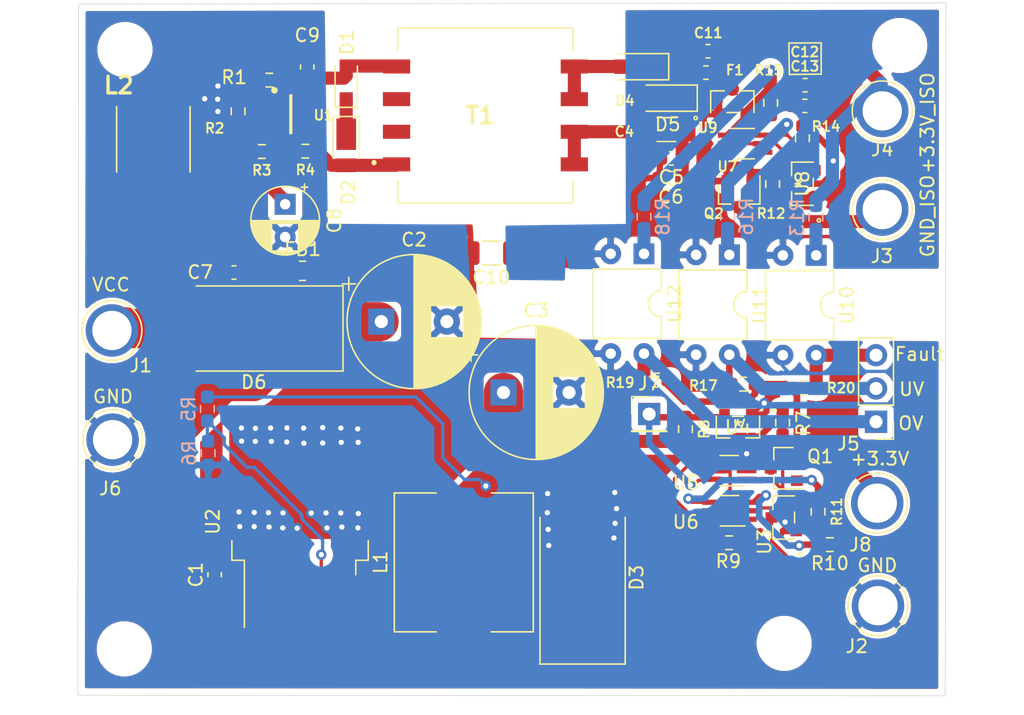
<source format=kicad_pcb>
(kicad_pcb (version 20171130) (host pcbnew 5.1.12-84ad8e8a86~92~ubuntu20.04.1)
  (layers (0 F.Cu signal) (31 B.Cu signal) (34 B.Paste user) (35 F.Paste user) (36 B.SilkS user) (37 F.SilkS user) (38 B.Mask user) (39 F.Mask user) (44 Edge.Cuts user))
  (net 0 "")
  (net 1 GND)
  (net 2 +3.3VP)
  (net 3 "Net-(D1-Pad1)")
  (net 4 "Net-(D2-Pad2)")
  (net 5 "Net-(D3-Pad1)")
  (net 6 "Net-(D4-Pad2)")
  (net 7 "Net-(R1-Pad2)")
  (net 8 "Net-(R3-Pad2)")
  (net 9 "Net-(R3-Pad1)")
  (net 10 V_FB)
  (net 11 "Net-(C7-Pad1)")
  (net 12 "Net-(C8-Pad1)")
  (net 13 "Net-(C4-Pad1)")
  (net 14 "Net-(J3-Pad1)")
  (net 15 +3.3VA)
  (net 16 3.3UVLO_m)
  (net 17 ~3.3V_ISO_OV)
  (net 18 +3.3V_ISO_UV)
  (net 19 +3.3V_ISO_present)
  (net 20 UVL_OVL_3.3_m_MOSF)
  (net 21 UVL_OVL_MOSF)
  (net 22 3.9OVLO_m)
  (net 23 "Net-(R9-Pad1)")
  (net 24 "Net-(R10-Pad2)")
  (net 25 "Net-(R13-Pad2)")
  (net 26 3.3UVLO)
  (net 27 3.9OVLO)
  (net 28 "Net-(R16-Pad1)")
  (net 29 "Net-(R18-Pad1)")
  (net 30 Earth)
  (net 31 +3V3)
  (net 32 VDC)
  (net 33 "Net-(D6-Pad2)")
  (module MountingHole:MountingHole_3.2mm_M3 (layer F.Cu) (at 144.8181 43.3832)
    (fp_text reference REF** hide)
    (fp_text value MountingHole_3.2mm_M3)
    (pad 1 np_thru_hole circle (at 0 0) (size 3.2 3.2) (drill 3.2) (layers *.Cu *.Mask))
  )
  (module MountingHole:MountingHole_3.2mm_M3 (layer F.Cu) (at 136.0043 89.0143)
    (fp_text reference REF** hide)
    (fp_text value MountingHole_3.2mm_M3)
    (pad 1 np_thru_hole circle (at 0 0) (size 3.2 3.2) (drill 3.2) (layers *.Cu *.Mask))
  )
  (module MountingHole:MountingHole_3.2mm_M3 (layer F.Cu) (at 85.6742 89.4334)
    (fp_text reference REF** hide)
    (fp_text value MountingHole_3.2mm_M3)
    (pad 1 np_thru_hole circle (at 0 0) (size 3.2 3.2) (drill 3.2) (layers *.Cu *.Mask))
  )
  (module MountingHole:MountingHole_3.2mm_M3 (layer F.Cu) (at 85.725 43.688)
    (fp_text reference REF** hide)
    (fp_text value MountingHole_3.2mm_M3)
    (pad 1 np_thru_hole circle (at 0 0) (size 3.2 3.2) (drill 3.2) (layers *.Cu *.Mask))
  )
  (module 744042100:APX803-46SAG-7 (layer F.Cu) (at 135.97128 79.41056 90)
    (fp_text reference U3 (at -1.83944 -1.47128 90) (layer F.SilkS))
    (fp_text value APX803L-3.3 hide)
    (pad 1 smd rect (at -1.024999 0.944999 90) (size 0.8128 0.889) (layers F.Cu F.Paste F.Mask) (net 1 GND))
    (pad 2 smd rect (at 1.024999 0.944999 90) (size 0.8128 0.889) (layers F.Cu F.Paste F.Mask) (net 22 3.9OVLO_m))
    (pad 3 smd rect (at 0 -0.945 90) (size 0.8128 0.889) (layers F.Cu F.Paste F.Mask) (net 31 +3V3))
  )
  (module Capacitor_THT:CP_Radial_D10.0mm_P5.00mm (layer F.Cu) (at 105.27792 64.45504)
    (fp_text reference C2 (at 2.5 -6.25) (layer F.SilkS))
    (fp_text value 470u)
    (pad 2 thru_hole circle (at 5 0) (size 2 2) (drill 1) (layers *.Cu *.Mask) (net 1 GND))
    (pad 1 thru_hole rect (at 0 0) (size 2 2) (drill 1) (layers *.Cu *.Mask) (net 32 VDC))
  )
  (module 744042100:APX803-46SAG-7 (layer F.Cu) (at 137.398641 53.933199 90)
    (fp_text reference U8 (at 0 0 90) (layer F.SilkS))
    (fp_text value APX803-46SAG-7 hide)
    (fp_text user * (at 0 0 90) (layer F.SilkS))
    (pad 3 smd rect (at 0 -0.945 90) (size 0.8128 0.889) (layers F.Cu F.Paste F.Mask) (net 2 +3.3VP))
    (pad 2 smd rect (at 1.024999 0.944999 90) (size 0.8128 0.889) (layers F.Cu F.Paste F.Mask) (net 26 3.3UVLO))
    (pad 1 smd rect (at -1.024999 0.944999 90) (size 0.8128 0.889) (layers F.Cu F.Paste F.Mask) (net 30 Earth))
  )
  (module Package_DIP:DIP-4_W7.62mm (layer F.Cu) (at 125.31 59.28 270)
    (fp_text reference U12 (at 3.81 -2.33 90) (layer F.SilkS))
    (fp_text value PC817)
    (pad 4 thru_hole oval (at 7.62 0 270) (size 1.6 1.6) (drill 0.8) (layers *.Cu *.Mask) (net 17 ~3.3V_ISO_OV))
    (pad 2 thru_hole oval (at 0 2.54 270) (size 1.6 1.6) (drill 0.8) (layers *.Cu *.Mask) (net 30 Earth))
    (pad 3 thru_hole oval (at 7.62 2.54 270) (size 1.6 1.6) (drill 0.8) (layers *.Cu *.Mask) (net 1 GND))
    (pad 1 thru_hole rect (at 0 0 270) (size 1.6 1.6) (drill 0.8) (layers *.Cu *.Mask) (net 29 "Net-(R18-Pad1)"))
  )
  (module Package_DIP:DIP-4_W7.62mm (layer F.Cu) (at 131.823 59.360001 270)
    (fp_text reference U11 (at 3.81 -2.33 90) (layer F.SilkS))
    (fp_text value PC817)
    (pad 4 thru_hole oval (at 7.62 0 270) (size 1.6 1.6) (drill 0.8) (layers *.Cu *.Mask) (net 18 +3.3V_ISO_UV))
    (pad 2 thru_hole oval (at 0 2.54 270) (size 1.6 1.6) (drill 0.8) (layers *.Cu *.Mask) (net 30 Earth))
    (pad 3 thru_hole oval (at 7.62 2.54 270) (size 1.6 1.6) (drill 0.8) (layers *.Cu *.Mask) (net 1 GND))
    (pad 1 thru_hole rect (at 0 0 270) (size 1.6 1.6) (drill 0.8) (layers *.Cu *.Mask) (net 28 "Net-(R16-Pad1)"))
  )
  (module Package_DIP:DIP-4_W7.62mm (layer F.Cu) (at 138.446 59.4 270)
    (fp_text reference U10 (at 3.81 -2.33 90) (layer F.SilkS))
    (fp_text value PC817)
    (pad 4 thru_hole oval (at 7.62 0 270) (size 1.6 1.6) (drill 0.8) (layers *.Cu *.Mask) (net 19 +3.3V_ISO_present))
    (pad 2 thru_hole oval (at 0 2.54 270) (size 1.6 1.6) (drill 0.8) (layers *.Cu *.Mask) (net 30 Earth))
    (pad 3 thru_hole oval (at 7.62 2.54 270) (size 1.6 1.6) (drill 0.8) (layers *.Cu *.Mask) (net 1 GND))
    (pad 1 thru_hole rect (at 0 0 270) (size 1.6 1.6) (drill 0.8) (layers *.Cu *.Mask) (net 25 "Net-(R13-Pad2)"))
  )
  (module Package_TO_SOT_SMD:SOT-363_SC-70-6_Handsoldering (layer F.Cu) (at 131.83108 78.8924 180)
    (fp_text reference U6 (at 3.33108 -0.8576) (layer F.SilkS))
    (fp_text value 74LVC1G58 hide)
    (pad 6 smd rect (at 1.33 -0.65 180) (size 1.5 0.4) (layers F.Cu F.Paste F.Mask) (net 23 "Net-(R9-Pad1)"))
    (pad 5 smd rect (at 1.33 0 180) (size 1.5 0.4) (layers F.Cu F.Paste F.Mask) (net 31 +3V3))
    (pad 4 smd rect (at 1.33 0.65 180) (size 1.5 0.4) (layers F.Cu F.Paste F.Mask) (net 20 UVL_OVL_3.3_m_MOSF))
    (pad 3 smd rect (at -1.33 0.65 180) (size 1.5 0.4) (layers F.Cu F.Paste F.Mask) (net 24 "Net-(R10-Pad2)"))
    (pad 2 smd rect (at -1.33 0 180) (size 1.5 0.4) (layers F.Cu F.Paste F.Mask) (net 1 GND))
    (pad 1 smd rect (at -1.33 -0.65 180) (size 1.5 0.4) (layers F.Cu F.Paste F.Mask) (net 31 +3V3))
  )
  (module Package_TO_SOT_SMD:SOT-363_SC-70-6_Handsoldering (layer F.Cu) (at 131.81076 75.83424 180)
    (fp_text reference U5 (at 3.31076 -0.91576) (layer F.SilkS))
    (fp_text value 74LVC1G58 hide)
    (pad 6 smd rect (at 1.33 -0.65 180) (size 1.5 0.4) (layers F.Cu F.Paste F.Mask) (net 16 3.3UVLO_m))
    (pad 5 smd rect (at 1.33 0 180) (size 1.5 0.4) (layers F.Cu F.Paste F.Mask) (net 31 +3V3))
    (pad 4 smd rect (at 1.33 0.65 180) (size 1.5 0.4) (layers F.Cu F.Paste F.Mask) (net 23 "Net-(R9-Pad1)"))
    (pad 3 smd rect (at -1.33 0.65 180) (size 1.5 0.4) (layers F.Cu F.Paste F.Mask) (net 1 GND))
    (pad 2 smd rect (at -1.33 0 180) (size 1.5 0.4) (layers F.Cu F.Paste F.Mask) (net 1 GND))
    (pad 1 smd rect (at -1.33 -0.65 180) (size 1.5 0.4) (layers F.Cu F.Paste F.Mask) (net 22 3.9OVLO_m))
  )
  (module 744042100:APX803-46SAG-7 (layer F.Cu) (at 132.477401 72.506959 180)
    (fp_text reference U4 (at 0 0) (layer F.SilkS))
    (fp_text value APX803L-3.9 hide)
    (fp_text user * (at 0 0) (layer F.SilkS))
    (pad 1 smd rect (at -1.024999 0.944999 180) (size 0.8128 0.889) (layers F.Cu F.Paste F.Mask) (net 1 GND))
    (pad 2 smd rect (at 1.024999 0.944999 180) (size 0.8128 0.889) (layers F.Cu F.Paste F.Mask) (net 16 3.3UVLO_m))
    (pad 3 smd rect (at 0 -0.945 180) (size 0.8128 0.889) (layers F.Cu F.Paste F.Mask) (net 31 +3V3))
  )
  (module Package_TO_SOT_SMD:TO-263-5_TabPin3 (layer F.Cu) (at 99.079 79.721 90)
    (fp_text reference U2 (at 0 -6.65 90) (layer F.SilkS))
    (fp_text value LM2596S-ADJ)
    (pad 3 smd rect (at 3.375 0 90) (size 9.4 10.8) (layers F.Cu F.Mask) (net 1 GND))
    (pad 5 smd rect (at -5.775 3.4 90) (size 4.6 1.1) (layers F.Cu F.Paste F.Mask) (net 1 GND))
    (pad 4 smd rect (at -5.775 1.7 90) (size 4.6 1.1) (layers F.Cu F.Paste F.Mask) (net 10 V_FB))
    (pad 3 smd rect (at -5.775 0 90) (size 4.6 1.1) (layers F.Cu F.Paste F.Mask) (net 1 GND))
    (pad 2 smd rect (at -5.775 -1.7 90) (size 4.6 1.1) (layers F.Cu F.Paste F.Mask) (net 5 "Net-(D3-Pad1)"))
    (pad 1 smd rect (at -5.775 -3.4 90) (size 4.6 1.1) (layers F.Cu F.Paste F.Mask) (net 32 VDC))
  )
  (module eec:Linear_Technology-LT8301IS5TRPBF-Level_A (layer F.Cu) (at 98.375 48.625)
    (fp_text reference U1 (at 1.6502 0.07696) (layer F.SilkS) (effects (font (size 0.75 0.75)) (justify left)))
    (fp_text value LT8301IS5TRPBF hide)
    (pad 5 smd rect (at 1.25 -0.950001 270) (size 0.650001 1.599999) (layers F.Cu F.Paste F.Mask) (net 12 "Net-(C8-Pad1)"))
    (pad 4 smd rect (at 1.25 0.949998 270) (size 0.650001 1.599999) (layers F.Cu F.Paste F.Mask) (net 4 "Net-(D2-Pad2)"))
    (pad 3 smd rect (at -1.25 0.949998 270) (size 0.650001 1.599999) (layers F.Cu F.Paste F.Mask) (net 8 "Net-(R3-Pad2)"))
    (pad 2 smd rect (at -1.25 -0.000001 270) (size 0.650001 1.599999) (layers F.Cu F.Paste F.Mask) (net 1 GND))
    (pad 1 smd rect (at -1.25 -0.950001 270) (size 0.650001 1.599999) (layers F.Cu F.Paste F.Mask) (net 7 "Net-(R1-Pad2)"))
  )
  (module eec:750313973 (layer F.Cu) (at 113.220001 48.720001)
    (fp_text reference T1 (at -0.39 0) (layer F.SilkS) (effects (font (size 1.27 1.27) (thickness 0.254))))
    (fp_text value Transformer_1P_2S_WE_750313973 hide)
    (pad 1 smd rect (at -6.78 3.735 90) (size 1.07 2.08) (layers F.Cu F.Paste F.Mask) (net 4 "Net-(D2-Pad2)"))
    (pad 2 smd rect (at -6.78 1.245 90) (size 1.07 2.08) (layers F.Cu F.Paste F.Mask))
    (pad 3 smd rect (at -6.78 -1.245 90) (size 1.07 2.08) (layers F.Cu F.Paste F.Mask))
    (pad 4 smd rect (at -6.78 -3.735 90) (size 1.07 2.08) (layers F.Cu F.Paste F.Mask) (net 12 "Net-(C8-Pad1)"))
    (pad 5 smd rect (at 6.78 -3.735 90) (size 1.07 2.08) (layers F.Cu F.Paste F.Mask) (net 6 "Net-(D4-Pad2)"))
    (pad 6 smd rect (at 6.78 -1.245 90) (size 1.07 2.08) (layers F.Cu F.Paste F.Mask) (net 6 "Net-(D4-Pad2)"))
    (pad 7 smd rect (at 6.78 1.245 90) (size 1.07 2.08) (layers F.Cu F.Paste F.Mask) (net 30 Earth))
    (pad 8 smd rect (at 6.78 3.735 90) (size 1.07 2.08) (layers F.Cu F.Paste F.Mask) (net 30 Earth))
  )
  (module Resistor_SMD:R_0603_1608Metric_Pad0.98x0.95mm_HandSolder (layer F.Cu) (at 137.5175 69.52)
    (fp_text reference R20 (at 2.8302 -0.0002) (layer F.SilkS) (effects (font (size 0.75 0.75))))
    (fp_text value 1k)
    (pad 2 smd roundrect (at 0.9125 0) (size 0.975 0.95) (layers F.Cu F.Paste F.Mask) (net 19 +3.3V_ISO_present))
    (pad 1 smd roundrect (at -0.9125 0) (size 0.975 0.95) (layers F.Cu F.Paste F.Mask) (net 15 +3.3VA))
  )
  (module Resistor_SMD:R_0603_1608Metric_Pad0.98x0.95mm_HandSolder (layer F.Cu) (at 126.2275 68.92 180)
    (fp_text reference R19 (at 2.74032 -0.1934) (layer F.SilkS) (effects (font (size 0.75 0.75))))
    (fp_text value 1k)
    (pad 2 smd roundrect (at 0.9125 0 180) (size 0.975 0.95) (layers F.Cu F.Paste F.Mask) (net 17 ~3.3V_ISO_OV))
    (pad 1 smd roundrect (at -0.9125 0 180) (size 0.975 0.95) (layers F.Cu F.Paste F.Mask) (net 15 +3.3VA))
  )
  (module Resistor_SMD:R_0603_1608Metric_Pad0.98x0.95mm_HandSolder (layer B.Cu) (at 125.31 56.4425 90)
    (fp_text reference R18 (at 0 1.43 270) (layer B.SilkS) (effects (justify mirror)))
    (fp_text value 1k)
    (pad 2 smd roundrect (at 0.9125 0 90) (size 0.975 0.95) (layers B.Cu B.Paste B.Mask) (net 27 3.9OVLO))
    (pad 1 smd roundrect (at -0.9125 0 90) (size 0.975 0.95) (layers B.Cu B.Paste B.Mask) (net 29 "Net-(R18-Pad1)"))
  )
  (module Resistor_SMD:R_0603_1608Metric_Pad0.98x0.95mm_HandSolder (layer F.Cu) (at 132.8675 69.23 180)
    (fp_text reference R17 (at 3.03032 -0.10438) (layer F.SilkS) (effects (font (size 0.75 0.75))))
    (fp_text value 1k)
    (pad 2 smd roundrect (at 0.9125 0 180) (size 0.975 0.95) (layers F.Cu F.Paste F.Mask) (net 18 +3.3V_ISO_UV))
    (pad 1 smd roundrect (at -0.9125 0 180) (size 0.975 0.95) (layers F.Cu F.Paste F.Mask) (net 15 +3.3VA))
  )
  (module Resistor_SMD:R_0603_1608Metric_Pad0.98x0.95mm_HandSolder (layer B.Cu) (at 131.69 56.44 90)
    (fp_text reference R16 (at 0 1.43 270) (layer B.SilkS) (effects (justify mirror)))
    (fp_text value 1k)
    (pad 2 smd roundrect (at 0.9125 0 90) (size 0.975 0.95) (layers B.Cu B.Paste B.Mask) (net 26 3.3UVLO))
    (pad 1 smd roundrect (at -0.9125 0 90) (size 0.975 0.95) (layers B.Cu B.Paste B.Mask) (net 28 "Net-(R16-Pad1)"))
  )
  (module Resistor_SMD:R_0603_1608Metric_Pad0.98x0.95mm_HandSolder (layer F.Cu) (at 134.975 47.7625 270)
    (fp_text reference R15 (at -2.48954 0.13656 180) (layer F.SilkS) (effects (font (size 0.75 0.75))))
    (fp_text value 10k)
    (pad 2 smd roundrect (at 0.9125 0 270) (size 0.975 0.95) (layers F.Cu F.Paste F.Mask) (net 2 +3.3VP))
    (pad 1 smd roundrect (at -0.9125 0 270) (size 0.975 0.95) (layers F.Cu F.Paste F.Mask) (net 27 3.9OVLO))
  )
  (module Resistor_SMD:R_0603_1608Metric_Pad0.98x0.95mm_HandSolder (layer F.Cu) (at 137.4 50.4625 90)
    (fp_text reference R14 (at 0.89694 1.79708 180) (layer F.SilkS) (effects (font (size 0.75 0.75))))
    (fp_text value 10k)
    (pad 2 smd roundrect (at 0.9125 0 90) (size 0.975 0.95) (layers F.Cu F.Paste F.Mask) (net 2 +3.3VP))
    (pad 1 smd roundrect (at -0.9125 0 90) (size 0.975 0.95) (layers F.Cu F.Paste F.Mask) (net 26 3.3UVLO))
  )
  (module Resistor_SMD:R_0603_1608Metric_Pad0.98x0.95mm_HandSolder (layer B.Cu) (at 138.425 56.5125 270)
    (fp_text reference R13 (at 0 1.43 270) (layer B.SilkS) (effects (justify mirror)))
    (fp_text value 1k)
    (pad 2 smd roundrect (at 0.9125 0 270) (size 0.975 0.95) (layers B.Cu B.Paste B.Mask) (net 25 "Net-(R13-Pad2)"))
    (pad 1 smd roundrect (at -0.9125 0 270) (size 0.975 0.95) (layers B.Cu B.Paste B.Mask) (net 2 +3.3VP))
  )
  (module Resistor_SMD:R_0603_1608Metric_Pad0.98x0.95mm_HandSolder (layer F.Cu) (at 135.125 53.9625 270)
    (fp_text reference R12 (at 2.24262 0.11892 180) (layer F.SilkS) (effects (font (size 0.75 0.75))))
    (fp_text value 100k)
    (pad 2 smd roundrect (at 0.9125 0 270) (size 0.975 0.95) (layers F.Cu F.Paste F.Mask) (net 30 Earth))
    (pad 1 smd roundrect (at -0.9125 0 270) (size 0.975 0.95) (layers F.Cu F.Paste F.Mask) (net 21 UVL_OVL_MOSF))
  )
  (module Resistor_SMD:R_0603_1608Metric_Pad0.98x0.95mm_HandSolder (layer F.Cu) (at 138.59 78.9675 270)
    (fp_text reference R11 (at 0 -1.43 90) (layer F.SilkS) (effects (font (size 0.75 0.75))))
    (fp_text value 100k)
    (pad 2 smd roundrect (at 0.9125 0 270) (size 0.975 0.95) (layers F.Cu F.Paste F.Mask) (net 31 +3V3))
    (pad 1 smd roundrect (at -0.9125 0 270) (size 0.975 0.95) (layers F.Cu F.Paste F.Mask) (net 20 UVL_OVL_3.3_m_MOSF))
  )
  (module Resistor_SMD:R_0603_1608Metric_Pad0.98x0.95mm_HandSolder (layer F.Cu) (at 139.4925 81.48 180)
    (fp_text reference R10 (at 0 -1.43) (layer F.SilkS))
    (fp_text value 100k)
    (pad 2 smd roundrect (at 0.9125 0 180) (size 0.975 0.95) (layers F.Cu F.Paste F.Mask) (net 24 "Net-(R10-Pad2)"))
    (pad 1 smd roundrect (at -0.9125 0 180) (size 0.975 0.95) (layers F.Cu F.Paste F.Mask) (net 31 +3V3))
  )
  (module Resistor_SMD:R_0603_1608Metric_Pad0.98x0.95mm_HandSolder (layer F.Cu) (at 131.79742 81.33588)
    (fp_text reference R9 (at -0.04742 1.41412) (layer F.SilkS))
    (fp_text value 100k)
    (pad 2 smd roundrect (at 0.9125 0) (size 0.975 0.95) (layers F.Cu F.Paste F.Mask) (net 1 GND))
    (pad 1 smd roundrect (at -0.9125 0) (size 0.975 0.95) (layers F.Cu F.Paste F.Mask) (net 23 "Net-(R9-Pad1)"))
  )
  (module Resistor_SMD:R_0603_1608Metric_Pad0.98x0.95mm_HandSolder (layer F.Cu) (at 128.4732 72.66242 270)
    (fp_text reference R8 (at 0 -1.43 90) (layer F.SilkS) (effects (font (size 0.75 0.75))))
    (fp_text value 100k)
    (pad 2 smd roundrect (at 0.9125 0 270) (size 0.975 0.95) (layers F.Cu F.Paste F.Mask) (net 31 +3V3))
    (pad 1 smd roundrect (at -0.9125 0 270) (size 0.975 0.95) (layers F.Cu F.Paste F.Mask) (net 16 3.3UVLO_m))
  )
  (module Resistor_SMD:R_0603_1608Metric_Pad0.98x0.95mm_HandSolder (layer F.Cu) (at 135.88492 72.17156 90)
    (fp_text reference R7 (at -0.04318 1.5875 90) (layer F.SilkS))
    (fp_text value 100k)
    (pad 2 smd roundrect (at 0.9125 0 90) (size 0.975 0.95) (layers F.Cu F.Paste F.Mask) (net 31 +3V3))
    (pad 1 smd roundrect (at -0.9125 0 90) (size 0.975 0.95) (layers F.Cu F.Paste F.Mask) (net 22 3.9OVLO_m))
  )
  (module Resistor_SMD:R_0603_1608Metric_Pad0.98x0.95mm_HandSolder (layer B.Cu) (at 92.06378 74.49456 270)
    (fp_text reference R6 (at 0 1.43 270) (layer B.SilkS) (effects (justify mirror)))
    (fp_text value 620)
    (pad 2 smd roundrect (at 0.9125 0 270) (size 0.975 0.95) (layers B.Cu B.Paste B.Mask) (net 1 GND))
    (pad 1 smd roundrect (at -0.9125 0 270) (size 0.975 0.95) (layers B.Cu B.Paste B.Mask) (net 10 V_FB))
  )
  (module Resistor_SMD:R_0603_1608Metric_Pad0.98x0.95mm_HandSolder (layer B.Cu) (at 92.00896 71.12318 270)
    (fp_text reference R5 (at 0 1.43 270) (layer B.SilkS) (effects (justify mirror)))
    (fp_text value 1k)
    (pad 2 smd roundrect (at 0.9125 0 270) (size 0.975 0.95) (layers B.Cu B.Paste B.Mask) (net 10 V_FB))
    (pad 1 smd roundrect (at -0.9125 0 270) (size 0.975 0.95) (layers B.Cu B.Paste B.Mask) (net 31 +3V3))
  )
  (module Resistor_SMD:R_0603_1608Metric_Pad0.98x0.95mm_HandSolder (layer F.Cu) (at 99.4875 51.45 180)
    (fp_text reference R4 (at 0 -1.43) (layer F.SilkS) (effects (font (size 0.75 0.75))))
    (fp_text value 100k)
    (pad 2 smd roundrect (at 0.9125 0 180) (size 0.975 0.95) (layers F.Cu F.Paste F.Mask) (net 9 "Net-(R3-Pad1)"))
    (pad 1 smd roundrect (at -0.9125 0 180) (size 0.975 0.95) (layers F.Cu F.Paste F.Mask) (net 4 "Net-(D2-Pad2)"))
  )
  (module Resistor_SMD:R_0603_1608Metric_Pad0.98x0.95mm_HandSolder (layer F.Cu) (at 96.1625 51.475 180)
    (fp_text reference R3 (at 0 -1.43) (layer F.SilkS) (effects (font (size 0.75 0.75))))
    (fp_text value 44k)
    (pad 2 smd roundrect (at 0.9125 0 180) (size 0.975 0.95) (layers F.Cu F.Paste F.Mask) (net 8 "Net-(R3-Pad2)"))
    (pad 1 smd roundrect (at -0.9125 0 180) (size 0.975 0.95) (layers F.Cu F.Paste F.Mask) (net 9 "Net-(R3-Pad1)"))
  )
  (module Resistor_SMD:R_0603_1608Metric_Pad0.98x0.95mm_HandSolder (layer F.Cu) (at 94.35 48.4 270)
    (fp_text reference R2 (at 1.30018 1.78732 180) (layer F.SilkS) (effects (font (size 0.75 0.75))))
    (fp_text value 806k)
    (pad 2 smd roundrect (at 0.9125 0 270) (size 0.975 0.95) (layers F.Cu F.Paste F.Mask) (net 1 GND))
    (pad 1 smd roundrect (at -0.9125 0 270) (size 0.975 0.95) (layers F.Cu F.Paste F.Mask) (net 7 "Net-(R1-Pad2)"))
  )
  (module Resistor_SMD:R_0603_1608Metric_Pad0.98x0.95mm_HandSolder (layer F.Cu) (at 96.7375 46.025 180)
    (fp_text reference R1 (at 2.68892 0.2161) (layer F.SilkS))
    (fp_text value 232k)
    (pad 2 smd roundrect (at 0.9125 0 180) (size 0.975 0.95) (layers F.Cu F.Paste F.Mask) (net 7 "Net-(R1-Pad2)"))
    (pad 1 smd roundrect (at -0.9125 0 180) (size 0.975 0.95) (layers F.Cu F.Paste F.Mask) (net 12 "Net-(C8-Pad1)"))
  )
  (module Package_TO_SOT_SMD:SOT-23 (layer F.Cu) (at 135.975 75.65 180)
    (fp_text reference Q1 (at -2.775 0.9) (layer F.SilkS))
    (fp_text value FDN340P)
    (pad 3 smd rect (at 1 0 180) (size 0.9 0.8) (layers F.Cu F.Paste F.Mask) (net 31 +3V3))
    (pad 2 smd rect (at -1 0.95 180) (size 0.9 0.8) (layers F.Cu F.Paste F.Mask) (net 15 +3.3VA))
    (pad 1 smd rect (at -1 -0.95 180) (size 0.9 0.8) (layers F.Cu F.Paste F.Mask) (net 20 UVL_OVL_3.3_m_MOSF))
  )
  (module 744042100:WE-TPC_4818_482892 (layer F.Cu) (at 87.88908 50.54848 90)
    (fp_text reference L2 (at 4.1249 -2.63906 180) (layer F.SilkS) (effects (font (size 1.27 1.27) (thickness 0.254))))
    (fp_text value 10uH hide)
    (pad 1 smd rect (at -1.75 0 90) (size 2 5.3) (layers F.Cu F.Paste F.Mask) (net 11 "Net-(C7-Pad1)"))
    (pad 2 smd rect (at 1.75 0 90) (size 2 5.3) (layers F.Cu F.Paste F.Mask) (net 12 "Net-(C8-Pad1)"))
  )
  (module Inductor_SMD:L_10.4x10.4_H4.8 (layer F.Cu) (at 111.56696 82.83448 90)
    (fp_text reference L1 (at 0 -6.35 90) (layer F.SilkS))
    (fp_text value 68u)
    (pad 2 smd rect (at 4.15 0 90) (size 2.7 3.6) (layers F.Cu F.Paste F.Mask) (net 31 +3V3))
    (pad 1 smd rect (at -4.15 0 90) (size 2.7 3.6) (layers F.Cu F.Paste F.Mask) (net 5 "Net-(D3-Pad1)"))
  )
  (module Connector_PinHeader_2.54mm:PinHeader_1x03_P2.54mm_Vertical (layer F.Cu) (at 143.01 72.1 180)
    (fp_text reference J8 (at 1.19164 -9.3832) (layer F.SilkS))
    (fp_text value Fault_signals)
    (pad 3 thru_hole oval (at 0 5.08 180) (size 1.7 1.7) (drill 1) (layers *.Cu *.Mask) (net 19 +3.3V_ISO_present))
    (pad 2 thru_hole oval (at 0 2.54 180) (size 1.7 1.7) (drill 1) (layers *.Cu *.Mask) (net 18 +3.3V_ISO_UV))
    (pad 1 thru_hole rect (at 0 0 180) (size 1.7 1.7) (drill 1) (layers *.Cu *.Mask) (net 17 ~3.3V_ISO_OV))
  )
  (module Connector_PinHeader_2.54mm:PinHeader_1x01_P2.54mm_Vertical (layer F.Cu) (at 125.7046 71.51624)
    (fp_text reference J7 (at 0 -2.33) (layer F.SilkS))
    (fp_text value MCU_RST)
    (pad 1 thru_hole rect (at 0 0) (size 1.7 1.7) (drill 1) (layers *.Cu *.Mask) (net 16 3.3UVLO_m))
  )
  (module TestPoint:TestPoint_Plated_Hole_D3.0mm (layer F.Cu) (at 84.78012 73.46696)
    (fp_text reference J6 (at -0.17272 3.72364) (layer F.SilkS))
    (fp_text value GND)
    (pad 1 thru_hole circle (at 0 0) (size 4 4) (drill 3) (layers *.Cu *.Mask) (net 1 GND))
  )
  (module TestPoint:TestPoint_Plated_Hole_D3.0mm (layer F.Cu) (at 143.1036 78.31328)
    (fp_text reference J5 (at -2.19796 -4.5352) (layer F.SilkS))
    (fp_text value +3.3V)
    (pad 1 thru_hole circle (at 0 0) (size 4 4) (drill 3) (layers *.Cu *.Mask) (net 15 +3.3VA))
  )
  (module TestPoint:TestPoint_Plated_Hole_D3.0mm (layer F.Cu) (at 143.4846 48.3743)
    (fp_text reference J4 (at 0 2.9464) (layer F.SilkS))
    (fp_text value +3.3V_ISO)
    (pad 1 thru_hole circle (at 0 0) (size 4 4) (drill 3) (layers *.Cu *.Mask) (net 2 +3.3VP))
  )
  (module TestPoint:TestPoint_Plated_Hole_D3.0mm (layer F.Cu) (at 143.4846 55.9054)
    (fp_text reference J3 (at -0.0254 3.556) (layer F.SilkS))
    (fp_text value GNDS)
    (pad 1 thru_hole circle (at 0 0) (size 4 4) (drill 3) (layers *.Cu *.Mask) (net 14 "Net-(J3-Pad1)"))
  )
  (module TestPoint:TestPoint_Plated_Hole_D3.0mm (layer F.Cu) (at 143.15948 86.14156)
    (fp_text reference J2 (at -1.62128 3.09204) (layer F.SilkS))
    (fp_text value GND)
    (pad 1 thru_hole circle (at 0 0) (size 4 4) (drill 3) (layers *.Cu *.Mask) (net 1 GND))
  )
  (module TestPoint:TestPoint_Plated_Hole_D3.0mm (layer F.Cu) (at 84.72932 65.13068)
    (fp_text reference J1 (at 2.20472 2.67716) (layer F.SilkS))
    (fp_text value VCC)
    (pad 1 thru_hole circle (at 0 0) (size 4 4) (drill 3) (layers *.Cu *.Mask) (net 33 "Net-(D6-Pad2)"))
  )
  (module Resistor_SMD:R_0805_2012Metric_Pad1.20x1.40mm_HandSolder (layer F.Cu) (at 99.26904 60.579)
    (fp_text reference FB1 (at 0 -1.65) (layer F.SilkS))
    (fp_text value "Ferriete kraal")
    (pad 2 smd roundrect (at 1 0) (size 1.2 1.4) (layers F.Cu F.Paste F.Mask) (roundrect_rratio 0.208333) (net 32 VDC))
    (pad 1 smd roundrect (at -1 0) (size 1.2 1.4) (layers F.Cu F.Paste F.Mask) (roundrect_rratio 0.208333) (net 11 "Net-(C7-Pad1)"))
  )
  (module Fuse:Fuse_0603_1608Metric (layer F.Cu) (at 130.0375 45.45 180)
    (fp_text reference F1 (at -2.20252 0.18974) (layer F.SilkS) (effects (font (size 0.75 0.75))))
    (fp_text value "50mA fuse")
    (pad 2 smd roundrect (at 0.7875 0 180) (size 0.875 0.95) (layers F.Cu F.Paste F.Mask) (net 13 "Net-(C4-Pad1)"))
    (pad 1 smd roundrect (at -0.7875 0 180) (size 0.875 0.95) (layers F.Cu F.Paste F.Mask) (net 2 +3.3VP))
  )
  (module Diode_SMD:D_SOD-123 (layer F.Cu) (at 127.125 47.4 180)
    (fp_text reference D5 (at 0 -2) (layer F.SilkS))
    (fp_text value "3.6V zener")
    (pad 2 smd rect (at 1.65 0 180) (size 0.9 1.2) (layers F.Cu F.Paste F.Mask) (net 30 Earth))
    (pad 1 smd rect (at -1.65 0 180) (size 0.9 1.2) (layers F.Cu F.Paste F.Mask) (net 13 "Net-(C4-Pad1)"))
  )
  (module Diode_SMD:D_SOD-123F (layer F.Cu) (at 125 45 180)
    (fp_text reference D4 (at 1.13944 -2.5996) (layer F.SilkS) (effects (font (size 0.75 0.75))))
    (fp_text value SS310)
    (pad 2 smd rect (at 1.4 0 180) (size 1.1 1.1) (layers F.Cu F.Paste F.Mask) (net 6 "Net-(D4-Pad2)"))
    (pad 1 smd rect (at -1.4 0 180) (size 1.1 1.1) (layers F.Cu F.Paste F.Mask) (net 13 "Net-(C4-Pad1)"))
  )
  (module Diode_SMD:D_SMC_Handsoldering (layer F.Cu) (at 120.62968 83.7946 90)
    (fp_text reference D3 (at -0.2054 4.12032 90) (layer F.SilkS))
    (fp_text value ss310)
    (pad 2 smd rect (at 4.4 0 180) (size 3.3 4.5) (layers F.Cu F.Paste F.Mask) (net 1 GND))
    (pad 1 smd rect (at -4.4 0 180) (size 3.3 4.5) (layers F.Cu F.Paste F.Mask) (net 5 "Net-(D3-Pad1)"))
  )
  (module Diode_SMD:D_PowerDI-123 (layer F.Cu) (at 102.6 51 270)
    (fp_text reference D2 (at 3.57444 -0.16078 90) (layer F.SilkS))
    (fp_text value CMHD4448)
    (pad 2 smd rect (at 1.525 0 90) (size 1.05 1.5) (layers F.Cu F.Paste F.Mask) (net 4 "Net-(D2-Pad2)"))
    (pad 1 smd rect (at -0.85 0 90) (size 2.4 1.5) (layers F.Cu F.Paste F.Mask) (net 3 "Net-(D1-Pad1)"))
  )
  (module Diode_SMD:D_SOD-323_HandSoldering (layer F.Cu) (at 102.6 46.2 90)
    (fp_text reference D1 (at 3.06572 0.06426 90) (layer F.SilkS))
    (fp_text value 20V)
    (pad 2 smd rect (at 1.25 0 90) (size 1 1) (layers F.Cu F.Paste F.Mask) (net 12 "Net-(C8-Pad1)"))
    (pad 1 smd rect (at -1.25 0 90) (size 1 1) (layers F.Cu F.Paste F.Mask) (net 3 "Net-(D1-Pad1)"))
  )
  (module Capacitor_SMD:C_0603_1608Metric_Pad1.08x0.95mm_HandSolder (layer F.Cu) (at 137.58672 47.99076)
    (fp_text reference C13 (at -0.00508 -3.0226) (layer F.SilkS) (effects (font (size 0.75 0.75))))
    (fp_text value 100n)
    (pad 2 smd roundrect (at 0.8625 0) (size 1.075 0.95) (layers F.Cu F.Paste F.Mask) (net 30 Earth))
    (pad 1 smd roundrect (at -0.8625 0) (size 1.075 0.95) (layers F.Cu F.Paste F.Mask) (net 2 +3.3VP))
  )
  (module Capacitor_SMD:C_0603_1608Metric_Pad1.08x0.95mm_HandSolder (layer F.Cu) (at 137.60814 46.41088)
    (fp_text reference C12 (at -0.03666 -2.53492) (layer F.SilkS) (effects (font (size 0.75 0.75))))
    (fp_text value 100n)
    (pad 2 smd roundrect (at 0.8625 0) (size 1.075 0.95) (layers F.Cu F.Paste F.Mask) (net 30 Earth))
    (pad 1 smd roundrect (at -0.8625 0) (size 1.075 0.95) (layers F.Cu F.Paste F.Mask) (net 2 +3.3VP))
  )
  (module Capacitor_SMD:C_0603_1608Metric_Pad1.08x0.95mm_HandSolder (layer F.Cu) (at 130.1875 43.82 180)
    (fp_text reference C11 (at -0.03322 1.39692) (layer F.SilkS) (effects (font (size 0.75 0.75))))
    (fp_text value 100n)
    (pad 2 smd roundrect (at 0.8625 0 180) (size 1.075 0.95) (layers F.Cu F.Paste F.Mask) (net 30 Earth))
    (pad 1 smd roundrect (at -0.8625 0 180) (size 1.075 0.95) (layers F.Cu F.Paste F.Mask) (net 2 +3.3VP))
  )
  (module Capacitor_SMD:C_1206_3216Metric_Pad1.33x1.80mm_HandSolder (layer F.Cu) (at 113.66714 59.22772 180)
    (fp_text reference C10 (at 0 -1.85) (layer F.SilkS))
    (fp_text value 3.3nF)
    (pad 2 smd roundrect (at 1.5625 0 180) (size 1.325 1.8) (layers F.Cu F.Paste F.Mask) (roundrect_rratio 0.188679) (net 1 GND))
    (pad 1 smd roundrect (at -1.5625 0 180) (size 1.325 1.8) (layers F.Cu F.Paste F.Mask) (roundrect_rratio 0.188679) (net 30 Earth))
  )
  (module Capacitor_SMD:C_0603_1608Metric_Pad1.08x0.95mm_HandSolder (layer F.Cu) (at 99.625 45.0125 90)
    (fp_text reference C9 (at 2.40908 0.00396 180) (layer F.SilkS))
    (fp_text value 10uF)
    (pad 2 smd roundrect (at 0.8625 0 90) (size 1.075 0.95) (layers F.Cu F.Paste F.Mask) (net 1 GND))
    (pad 1 smd roundrect (at -0.8625 0 90) (size 1.075 0.95) (layers F.Cu F.Paste F.Mask) (net 12 "Net-(C8-Pad1)"))
  )
  (module Capacitor_THT:CP_Radial_D5.0mm_P2.50mm (layer F.Cu) (at 97.9424 55.499 270)
    (fp_text reference C8 (at 1.25 -3.75 90) (layer F.SilkS))
    (fp_text value 22uF)
    (pad 2 thru_hole circle (at 2.5 0 270) (size 1.6 1.6) (drill 0.8) (layers *.Cu *.Mask) (net 1 GND))
    (pad 1 thru_hole rect (at 0 0 270) (size 1.6 1.6) (drill 0.8) (layers *.Cu *.Mask) (net 12 "Net-(C8-Pad1)"))
  )
  (module Capacitor_SMD:C_0603_1608Metric_Pad1.08x0.95mm_HandSolder (layer F.Cu) (at 94.03698 60.71108 180)
    (fp_text reference C7 (at 2.5792 0.0254) (layer F.SilkS))
    (fp_text value 4.7u)
    (pad 2 smd roundrect (at 0.8625 0 180) (size 1.075 0.95) (layers F.Cu F.Paste F.Mask) (net 1 GND))
    (pad 1 smd roundrect (at -0.8625 0 180) (size 1.075 0.95) (layers F.Cu F.Paste F.Mask) (net 11 "Net-(C7-Pad1)"))
  )
  (module Capacitor_SMD:C_0603_1608Metric_Pad1.08x0.95mm_HandSolder (layer F.Cu) (at 127.3625 53.5 180)
    (fp_text reference C6 (at 0 -1.43) (layer F.SilkS))
    (fp_text value 1n)
    (pad 2 smd roundrect (at 0.8625 0 180) (size 1.075 0.95) (layers F.Cu F.Paste F.Mask) (net 30 Earth))
    (pad 1 smd roundrect (at -0.8625 0 180) (size 1.075 0.95) (layers F.Cu F.Paste F.Mask) (net 13 "Net-(C4-Pad1)"))
  )
  (module Capacitor_SMD:C_0603_1608Metric_Pad1.08x0.95mm_HandSolder (layer F.Cu) (at 127.4 52 180)
    (fp_text reference C5 (at 0 -1.43) (layer F.SilkS))
    (fp_text value 100n)
    (pad 2 smd roundrect (at 0.8625 0 180) (size 1.075 0.95) (layers F.Cu F.Paste F.Mask) (net 30 Earth))
    (pad 1 smd roundrect (at -0.8625 0 180) (size 1.075 0.95) (layers F.Cu F.Paste F.Mask) (net 13 "Net-(C4-Pad1)"))
  )
  (module Capacitor_SMD:C_1206_3216Metric_Pad1.33x1.80mm_HandSolder (layer F.Cu) (at 127.01738 49.79924 180)
    (fp_text reference C4 (at 3.20254 -0.16256) (layer F.SilkS) (effects (font (size 0.75 0.75))))
    (fp_text value 100uF)
    (pad 2 smd roundrect (at 1.5625 0 180) (size 1.325 1.8) (layers F.Cu F.Paste F.Mask) (roundrect_rratio 0.188679) (net 30 Earth))
    (pad 1 smd roundrect (at -1.5625 0 180) (size 1.325 1.8) (layers F.Cu F.Paste F.Mask) (roundrect_rratio 0.188679) (net 13 "Net-(C4-Pad1)"))
  )
  (module Capacitor_THT:CP_Radial_D10.0mm_P5.00mm (layer F.Cu) (at 114.59336 69.86524)
    (fp_text reference C3 (at 2.5 -6.25) (layer F.SilkS))
    (fp_text value 220u)
    (pad 2 thru_hole circle (at 5 0) (size 2 2) (drill 1) (layers *.Cu *.Mask) (net 1 GND))
    (pad 1 thru_hole rect (at 0 0) (size 2 2) (drill 1) (layers *.Cu *.Mask) (net 31 +3V3))
  )
  (module Capacitor_SMD:C_0603_1608Metric_Pad1.08x0.95mm_HandSolder (layer F.Cu) (at 92.56268 83.77428 90)
    (fp_text reference C1 (at 0 -1.43 90) (layer F.SilkS))
    (fp_text value 100n)
    (pad 2 smd roundrect (at 0.8625 0 90) (size 1.075 0.95) (layers F.Cu F.Paste F.Mask) (net 1 GND))
    (pad 1 smd roundrect (at -0.8625 0 90) (size 1.075 0.95) (layers F.Cu F.Paste F.Mask) (net 32 VDC))
  )
  (module Package_TO_SOT_SMD:SOT-23 (layer F.Cu) (at 132.575 54.725 270)
    (fp_text reference Q2 (at 1.48012 1.9428 180) (layer F.SilkS) (effects (font (size 0.75 0.75))))
    (fp_text value 2N7002)
    (pad 1 smd rect (at -1 -0.95 270) (size 0.9 0.8) (layers F.Cu F.Paste F.Mask) (net 21 UVL_OVL_MOSF))
    (pad 2 smd rect (at -1 0.95 270) (size 0.9 0.8) (layers F.Cu F.Paste F.Mask) (net 30 Earth))
    (pad 3 smd rect (at 1 0 270) (size 0.9 0.8) (layers F.Cu F.Paste F.Mask) (net 14 "Net-(J3-Pad1)"))
  )
  (module 744042100:APX803-46SAG-7 (layer F.Cu) (at 132.049999 47.67)
    (fp_text reference U9 (at -1.885159 1.98192) (layer F.SilkS) (effects (font (size 0.75 0.75))))
    (fp_text value APX803-46SAG-7 hide)
    (pad 1 smd rect (at -1.024999 0.944999) (size 0.8128 0.889) (layers F.Cu F.Paste F.Mask) (net 30 Earth))
    (pad 2 smd rect (at 1.024999 0.944999) (size 0.8128 0.889) (layers F.Cu F.Paste F.Mask) (net 27 3.9OVLO))
    (pad 3 smd rect (at 0 -0.945) (size 0.8128 0.889) (layers F.Cu F.Paste F.Mask) (net 2 +3.3VP))
  )
  (module Package_TO_SOT_SMD:SOT-363_SC-70-6_Handsoldering (layer F.Cu) (at 133.025 50.875)
    (fp_text reference U7 (at -1.3514 1.74364) (layer F.SilkS) (effects (font (size 0.75 0.75))))
    (fp_text value 74LVC1G58_C)
    (pad 1 smd rect (at -1.33 -0.65) (size 1.5 0.4) (layers F.Cu F.Paste F.Mask) (net 27 3.9OVLO))
    (pad 2 smd rect (at -1.33 0) (size 1.5 0.4) (layers F.Cu F.Paste F.Mask) (net 30 Earth))
    (pad 3 smd rect (at -1.33 0.65) (size 1.5 0.4) (layers F.Cu F.Paste F.Mask) (net 30 Earth))
    (pad 4 smd rect (at 1.33 0.65) (size 1.5 0.4) (layers F.Cu F.Paste F.Mask) (net 21 UVL_OVL_MOSF))
    (pad 5 smd rect (at 1.33 0) (size 1.5 0.4) (layers F.Cu F.Paste F.Mask) (net 2 +3.3VP))
    (pad 6 smd rect (at 1.33 -0.65) (size 1.5 0.4) (layers F.Cu F.Paste F.Mask) (net 26 3.3UVLO))
  )
  (module Diode_SMD:D_SMC_Handsoldering (layer F.Cu) (at 95.5548 64.98336 180)
    (fp_text reference D6 (at 0 -4.1) (layer F.SilkS))
    (fp_text value SS510)
    (pad 1 smd rect (at -4.4 0 270) (size 3.3 4.5) (layers F.Cu F.Paste F.Mask) (net 32 VDC))
    (pad 2 smd rect (at 4.4 0 270) (size 3.3 4.5) (layers F.Cu F.Paste F.Mask) (net 33 "Net-(D6-Pad2)"))
  )
  (gr_text +3.3V_ISO (at 146.939 49.3014 90) (layer F.SilkS) (effects (font (size 1 1))))
  (gr_line (start 136.35736 43.19524) (end 136.36752 43.42384) (layer F.SilkS) (width 0.12))
  (gr_line (start 138.82116 43.18) (end 136.35736 43.19524) (layer F.SilkS) (width 0.12))
  (gr_line (start 138.84148 43.27144) (end 138.82116 43.18) (layer F.SilkS) (width 0.12))
  (gr_line (start 138.82116 43.4086) (end 138.84148 43.27144) (layer F.SilkS) (width 0.12))
  (gr_line (start 138.83132 45.57776) (end 138.82116 43.4086) (layer F.SilkS) (width 0.12))
  (gr_line (start 138.7094 45.5676) (end 138.83132 45.57776) (layer F.SilkS) (width 0.12))
  (gr_line (start 136.40816 45.593) (end 138.7094 45.5676) (layer F.SilkS) (width 0.12))
  (gr_line (start 136.398 45.44568) (end 136.40816 45.593) (layer F.SilkS) (width 0.12))
  (gr_line (start 136.36752 43.42384) (end 136.398 45.44568) (layer F.SilkS) (width 0.12))
  (gr_text OV (at 145.669 72.22236) (layer F.SilkS) (effects (font (size 1 1))))
  (gr_text UV (at 145.72488 69.61632) (layer F.SilkS) (effects (font (size 1 1))))
  (gr_text Fault (at 146.3294 66.93408) (layer F.SilkS) (effects (font (size 1 1))))
  (gr_text VCC (at 84.65312 61.64072) (layer F.SilkS) (effects (font (size 1 1))))
  (gr_text GND (at 84.8106 70.1802) (layer F.SilkS) (effects (font (size 1 1))))
  (gr_text GND (at 143.10868 83.06308) (layer F.SilkS) (effects (font (size 1 1))))
  (gr_text +3.3V (at 143.30172 74.92492) (layer F.SilkS) (effects (font (size 1 1))))
  (gr_text GND_ISO (at 146.939 56.4007 90) (layer F.SilkS) (effects (font (size 1 1))))
  (gr_line (start 82.20456 40.22344) (end 82.18932 41.41724) (layer Edge.Cuts) (width 0.05))
  (gr_line (start 148.34616 40.12184) (end 82.20456 40.22344) (layer Edge.Cuts) (width 0.05))
  (gr_line (start 148.34108 42.18432) (end 148.34616 40.12184) (layer Edge.Cuts) (width 0.05))
  (gr_line (start 148.2852 93.0148) (end 148.34108 42.18432) (layer Edge.Cuts) (width 0.05))
  (gr_line (start 82.13852 92.96908) (end 148.2852 93.0148) (layer Edge.Cuts) (width 0.05))
  (gr_line (start 82.13852 90.25636) (end 82.13852 92.96908) (layer Edge.Cuts) (width 0.05))
  (gr_line (start 82.18932 41.41724) (end 82.13852 90.25636) (layer Edge.Cuts) (width 0.05))
  (via (at 103.52024 79.10576) (size 0.8) (drill 0.4) (layers F.Cu B.Cu) (net 1))
  (via (at 103.48976 80.19796) (size 0.8) (drill 0.4) (layers F.Cu B.Cu) (net 1))
  (via (at 102.26548 80.137) (size 0.8) (drill 0.4) (layers F.Cu B.Cu) (net 1))
  (via (at 101.13772 80.19796) (size 0.8) (drill 0.4) (layers F.Cu B.Cu) (net 1))
  (via (at 102.1842 79.05496) (size 0.8) (drill 0.4) (layers F.Cu B.Cu) (net 1))
  (via (at 101.06152 79.05496) (size 0.8) (drill 0.4) (layers F.Cu B.Cu) (net 1))
  (via (at 99.93376 79.0702) (size 0.8) (drill 0.4) (layers F.Cu B.Cu) (net 1))
  (via (at 98.8568 80.22844) (size 0.8) (drill 0.4) (layers F.Cu B.Cu) (net 1))
  (via (at 97.75952 80.19796) (size 0.8) (drill 0.4) (layers F.Cu B.Cu) (net 1))
  (via (at 97.77476 79.05496) (size 0.8) (drill 0.4) (layers F.Cu B.Cu) (net 1))
  (via (at 96.71304 80.137) (size 0.8) (drill 0.4) (layers F.Cu B.Cu) (net 1))
  (via (at 96.66732 79.03972) (size 0.8) (drill 0.4) (layers F.Cu B.Cu) (net 1))
  (via (at 95.58528 79.02448) (size 0.8) (drill 0.4) (layers F.Cu B.Cu) (net 1))
  (via (at 95.58528 80.10144) (size 0.8) (drill 0.4) (layers F.Cu B.Cu) (net 1))
  (via (at 94.42704 78.97876) (size 0.8) (drill 0.4) (layers F.Cu B.Cu) (net 1))
  (via (at 94.47784 80.10144) (size 0.8) (drill 0.4) (layers F.Cu B.Cu) (net 1))
  (via (at 96.89084 73.59904) (size 0.8) (drill 0.4) (layers F.Cu B.Cu) (net 1))
  (via (at 98.06432 73.64476) (size 0.8) (drill 0.4) (layers F.Cu B.Cu) (net 1))
  (via (at 99.3648 73.74128) (size 0.8) (drill 0.4) (layers F.Cu B.Cu) (net 1))
  (via (at 100.80752 73.72096) (size 0.8) (drill 0.4) (layers F.Cu B.Cu) (net 1))
  (via (at 102.21976 73.67524) (size 0.8) (drill 0.4) (layers F.Cu B.Cu) (net 1))
  (via (at 103.51008 73.67524) (size 0.8) (drill 0.4) (layers F.Cu B.Cu) (net 1))
  (via (at 94.60484 72.57796) (size 0.8) (drill 0.4) (layers F.Cu B.Cu) (net 1))
  (via (at 95.67672 72.60336) (size 0.8) (drill 0.4) (layers F.Cu B.Cu) (net 1))
  (segment (start 99.079 76.00564) (end 95.67672 72.60336) (width 0.25) (layer F.Cu) (net 1))
  (segment (start 99.079 76.346) (end 99.079 76.00564) (width 0.25) (layer F.Cu) (net 1))
  (via (at 96.82988 72.57796) (size 0.8) (drill 0.4) (layers F.Cu B.Cu) (net 1))
  (segment (start 99.079 74.82708) (end 96.82988 72.57796) (width 0.25) (layer F.Cu) (net 1))
  (segment (start 99.079 76.346) (end 99.079 74.82708) (width 0.25) (layer F.Cu) (net 1))
  (via (at 98.07956 72.5678) (size 0.8) (drill 0.4) (layers F.Cu B.Cu) (net 1))
  (segment (start 99.079 73.56724) (end 98.07956 72.5678) (width 0.25) (layer F.Cu) (net 1))
  (segment (start 99.079 76.346) (end 99.079 73.56724) (width 0.25) (layer F.Cu) (net 1))
  (via (at 99.34956 72.58304) (size 0.8) (drill 0.4) (layers F.Cu B.Cu) (net 1))
  (segment (start 99.079 72.8536) (end 99.34956 72.58304) (width 0.25) (layer F.Cu) (net 1))
  (segment (start 99.079 76.346) (end 99.079 72.8536) (width 0.25) (layer F.Cu) (net 1))
  (via (at 100.80752 72.54748) (size 0.8) (drill 0.4) (layers F.Cu B.Cu) (net 1))
  (segment (start 99.079 74.276) (end 100.80752 72.54748) (width 0.25) (layer F.Cu) (net 1))
  (segment (start 99.079 76.346) (end 99.079 74.276) (width 0.25) (layer F.Cu) (net 1))
  (via (at 102.18928 72.58304) (size 0.8) (drill 0.4) (layers F.Cu B.Cu) (net 1))
  (segment (start 99.079 75.69332) (end 102.18928 72.58304) (width 0.25) (layer F.Cu) (net 1))
  (segment (start 99.079 76.346) (end 99.079 75.69332) (width 0.25) (layer F.Cu) (net 1))
  (via (at 103.47452 72.644) (size 0.8) (drill 0.4) (layers F.Cu B.Cu) (net 1))
  (segment (start 99.77252 76.346) (end 103.47452 72.644) (width 0.25) (layer F.Cu) (net 1))
  (segment (start 99.079 76.346) (end 99.77252 76.346) (width 0.25) (layer F.Cu) (net 1))
  (segment (start 97.38736 76.346) (end 94.62008 73.57872) (width 0.25) (layer F.Cu) (net 1))
  (via (at 94.62008 73.57872) (size 0.8) (drill 0.4) (layers F.Cu B.Cu) (net 1))
  (segment (start 99.079 76.346) (end 97.38736 76.346) (width 0.25) (layer F.Cu) (net 1))
  (via (at 95.66656 73.59904) (size 0.8) (drill 0.4) (layers F.Cu B.Cu) (net 1))
  (segment (start 98.37288 76.346) (end 95.74022 73.71334) (width 0.25) (layer F.Cu) (net 1))
  (segment (start 99.079 76.346) (end 98.37288 76.346) (width 0.25) (layer F.Cu) (net 1))
  (segment (start 95.74022 73.71334) (end 94.60484 72.57796) (width 0.25) (layer F.Cu) (net 1))
  (segment (start 99.079 85.496) (end 99.079 76.346) (width 1) (layer F.Cu) (net 1))
  (segment (start 102.479 79.746) (end 99.079 76.346) (width 1) (layer F.Cu) (net 1))
  (segment (start 102.479 85.496) (end 102.479 79.746) (width 1) (layer F.Cu) (net 1))
  (via (at 123.22048 78.72984) (size 0.8) (drill 0.4) (layers F.Cu B.Cu) (net 1))
  (via (at 123.10872 79.85252) (size 0.8) (drill 0.4) (layers F.Cu B.Cu) (net 1))
  (via (at 123.08332 77.50048) (size 0.8) (drill 0.4) (layers F.Cu B.Cu) (net 1))
  (via (at 117.96268 77.58176) (size 0.8) (drill 0.4) (layers F.Cu B.Cu) (net 1))
  (via (at 117.93728 79.03972) (size 0.8) (drill 0.4) (layers F.Cu B.Cu) (net 1))
  (via (at 118.00332 80.3148) (size 0.8) (drill 0.4) (layers F.Cu B.Cu) (net 1))
  (via (at 118.04904 81.54416) (size 0.8) (drill 0.4) (layers F.Cu B.Cu) (net 1))
  (via (at 123.01728 80.97012) (size 0.8) (drill 0.4) (layers F.Cu B.Cu) (net 1))
  (segment (start 122.2052 80.97012) (end 120.62968 79.3946) (width 0.5) (layer F.Cu) (net 1))
  (segment (start 123.01728 80.97012) (end 122.2052 80.97012) (width 0.5) (layer F.Cu) (net 1))
  (segment (start 121.0876 79.85252) (end 120.62968 79.3946) (width 0.5) (layer F.Cu) (net 1))
  (segment (start 123.10872 79.85252) (end 121.0876 79.85252) (width 0.5) (layer F.Cu) (net 1))
  (segment (start 121.29444 78.72984) (end 120.62968 79.3946) (width 0.5) (layer F.Cu) (net 1))
  (segment (start 123.22048 78.72984) (end 121.29444 78.72984) (width 0.5) (layer F.Cu) (net 1))
  (segment (start 119.44168 78.2066) (end 120.62968 79.3946) (width 0.5) (layer F.Cu) (net 1))
  (segment (start 120.51356 79.27848) (end 120.62968 79.3946) (width 0.5) (layer F.Cu) (net 1))
  (segment (start 119.46564 80.55864) (end 120.62968 79.3946) (width 0.5) (layer F.Cu) (net 1))
  (segment (start 120.62968 80.09128) (end 120.62968 79.3946) (width 0.5) (layer F.Cu) (net 1))
  (segment (start 119.26824 81.45272) (end 120.62968 80.09128) (width 0.5) (layer F.Cu) (net 1))
  (segment (start 120.62968 79.3946) (end 120.62968 78.64856) (width 0.5) (layer F.Cu) (net 1))
  (segment (start 121.77776 77.50048) (end 123.08332 77.50048) (width 0.5) (layer F.Cu) (net 1))
  (segment (start 120.62968 78.64856) (end 121.77776 77.50048) (width 0.5) (layer F.Cu) (net 1))
  (segment (start 118.81684 77.58176) (end 120.62968 79.3946) (width 0.5) (layer F.Cu) (net 1))
  (segment (start 117.96268 77.58176) (end 118.81684 77.58176) (width 0.5) (layer F.Cu) (net 1))
  (segment (start 120.2748 79.03972) (end 120.62968 79.3946) (width 0.5) (layer F.Cu) (net 1))
  (segment (start 117.93728 79.03972) (end 120.2748 79.03972) (width 0.5) (layer F.Cu) (net 1))
  (segment (start 119.70948 80.3148) (end 120.62968 79.3946) (width 0.5) (layer F.Cu) (net 1))
  (segment (start 118.00332 80.3148) (end 119.70948 80.3148) (width 0.5) (layer F.Cu) (net 1))
  (segment (start 118.48012 81.54416) (end 120.62968 79.3946) (width 0.5) (layer F.Cu) (net 1))
  (segment (start 118.04904 81.54416) (end 118.48012 81.54416) (width 0.5) (layer F.Cu) (net 1))
  (segment (start 92.71 82.715) (end 99.079 76.346) (width 1) (layer F.Cu) (net 1))
  (segment (start 92.71 82.91288) (end 92.71 82.715) (width 1) (layer F.Cu) (net 1))
  (via (at 133.14172 74.53884) (size 0.8) (drill 0.4) (layers F.Cu B.Cu) (net 1))
  (segment (start 133.09 74.7864) (end 133.1214 74.755) (width 0.25) (layer F.Cu) (net 1))
  (segment (start 133.09 75.92) (end 133.09 74.7864) (width 0.25) (layer F.Cu) (net 1))
  (via (at 134.484561 70.68) (size 0.8) (drill 0.4) (layers F.Cu B.Cu) (net 1))
  (segment (start 133.474999 71.689562) (end 134.484561 70.68) (width 0.25) (layer F.Cu) (net 1))
  (segment (start 133.474999 71.765001) (end 133.474999 71.689562) (width 0.25) (layer F.Cu) (net 1))
  (segment (start 95.037501 48.624999) (end 94.35 49.3125) (width 0.5) (layer F.Cu) (net 1))
  (segment (start 97.125 48.624999) (end 95.037501 48.624999) (width 0.5) (layer F.Cu) (net 1))
  (via (at 92.8116 48.41748) (size 0.8) (drill 0.4) (layers F.Cu B.Cu) (net 1))
  (segment (start 93.87934 49.3125) (end 92.8878 48.32096) (width 1) (layer F.Cu) (net 1))
  (segment (start 94.35 49.3125) (end 93.87934 49.3125) (width 1) (layer F.Cu) (net 1))
  (via (at 92.79636 47.48276) (size 0.8) (drill 0.4) (layers F.Cu B.Cu) (net 1))
  (segment (start 92.8878 47.5742) (end 92.79636 47.48276) (width 1) (layer F.Cu) (net 1))
  (segment (start 92.8878 48.32096) (end 92.8878 47.5742) (width 1) (layer F.Cu) (net 1))
  (via (at 91.80576 47.4472) (size 0.8) (drill 0.4) (layers F.Cu B.Cu) (net 1))
  (segment (start 91.9734 47.48276) (end 91.93784 47.4472) (width 1) (layer F.Cu) (net 1))
  (segment (start 92.79636 47.48276) (end 91.9734 47.48276) (width 1) (layer F.Cu) (net 1))
  (via (at 92.8116 46.47184) (size 0.8) (drill 0.4) (layers F.Cu B.Cu) (net 1))
  (segment (start 92.79636 46.54804) (end 92.85224 46.49216) (width 1) (layer F.Cu) (net 1))
  (segment (start 92.79636 47.48276) (end 92.79636 46.54804) (width 1) (layer F.Cu) (net 1))
  (segment (start 134.484561 70.68) (end 134.548641 70.74408) (width 0.25) (layer B.Cu) (net 1))
  (segment (start 134.548641 70.74408) (end 145.3134 70.74408) (width 0.25) (layer B.Cu) (net 1))
  (segment (start 135.906 67.02) (end 135.906 67.87972) (width 0.25) (layer B.Cu) (net 1))
  (segment (start 135.906 67.87972) (end 136.43356 68.40728) (width 0.25) (layer B.Cu) (net 1))
  (segment (start 141.01172 68.40728) (end 141.16412 68.25488) (width 0.25) (layer B.Cu) (net 1))
  (segment (start 136.43356 68.40728) (end 141.01172 68.40728) (width 0.25) (layer B.Cu) (net 1))
  (segment (start 141.16412 68.25488) (end 146.0246 68.25488) (width 0.25) (layer B.Cu) (net 1))
  (segment (start 136.43356 68.40728) (end 135.34136 68.40728) (width 0.25) (layer B.Cu) (net 1))
  (segment (start 134.02525 78.88999) (end 133.16108 78.88999) (width 0.25) (layer F.Cu) (net 1))
  (segment (start 134.236081 78.679159) (end 134.02525 78.88999) (width 0.25) (layer F.Cu) (net 1))
  (segment (start 135.816279 78.679159) (end 134.236081 78.679159) (width 0.25) (layer F.Cu) (net 1))
  (segment (start 136.916279 79.779159) (end 135.816279 78.679159) (width 0.25) (layer F.Cu) (net 1))
  (segment (start 136.916279 80.435559) (end 136.916279 79.779159) (width 0.25) (layer F.Cu) (net 1))
  (via (at 136.070782 79.756) (size 0.8) (drill 0.4) (layers F.Cu B.Cu) (net 1))
  (segment (start 136.750341 80.435559) (end 136.070782 79.756) (width 0.25) (layer F.Cu) (net 1))
  (segment (start 136.916279 80.435559) (end 136.750341 80.435559) (width 0.25) (layer F.Cu) (net 1))
  (segment (start 134.914999 48.614999) (end 134.975 48.675) (width 1) (layer F.Cu) (net 2))
  (segment (start 136.725 47.1059) (end 136.725 47.2) (width 0.25) (layer F.Cu) (net 2))
  (segment (start 132.9 50.475) (end 132.9 50.144998) (width 0.25) (layer F.Cu) (net 2))
  (segment (start 133.3 50.875) (end 132.9 50.475) (width 0.25) (layer F.Cu) (net 2))
  (segment (start 134.355 50.875) (end 133.3 50.875) (width 0.25) (layer F.Cu) (net 2))
  (segment (start 133.459999 49.584999) (end 133.990001 49.584999) (width 0.25) (layer F.Cu) (net 2))
  (segment (start 132.9 50.144998) (end 133.459999 49.584999) (width 0.25) (layer F.Cu) (net 2))
  (segment (start 134.9 48.675) (end 134.975 48.675) (width 0.25) (layer F.Cu) (net 2))
  (segment (start 133.990001 49.584999) (end 134.9 48.675) (width 0.25) (layer F.Cu) (net 2))
  (segment (start 143.4 46.25) (end 141.075 43.925) (width 1) (layer F.Cu) (net 2))
  (segment (start 136.725 44.15) (end 136.5 43.925) (width 1) (layer F.Cu) (net 2))
  (segment (start 136.725 47.5) (end 136.725 44.15) (width 1) (layer F.Cu) (net 2))
  (segment (start 141.075 43.925) (end 136.5 43.925) (width 1) (layer F.Cu) (net 2))
  (segment (start 135.355 50.875) (end 134.355 50.875) (width 0.25) (layer F.Cu) (net 2))
  (segment (start 136.4 51.92) (end 135.355 50.875) (width 0.25) (layer F.Cu) (net 2))
  (segment (start 136.4 53.925) (end 136.4 51.92) (width 0.25) (layer F.Cu) (net 2))
  (segment (start 138.925902 53.925) (end 139.525 53.325902) (width 0.5) (layer F.Cu) (net 2))
  (segment (start 136.4 53.925) (end 138.925902 53.925) (width 0.5) (layer F.Cu) (net 2))
  (segment (start 137.8 49.55) (end 137.4 49.55) (width 0.5) (layer F.Cu) (net 2))
  (segment (start 139.525 51.275) (end 137.8 49.55) (width 0.5) (layer F.Cu) (net 2))
  (segment (start 138.425 55.6) (end 138.425 55.125) (width 1) (layer B.Cu) (net 2))
  (segment (start 139.6875 53.8625) (end 139.6875 49.9625) (width 1) (layer B.Cu) (net 2))
  (segment (start 138.425 55.125) (end 139.6875 53.8625) (width 1) (layer B.Cu) (net 2))
  (segment (start 139.6875 49.9625) (end 143.4 46.25) (width 1) (layer B.Cu) (net 2))
  (segment (start 137.4 48.775) (end 136.75 48.125) (width 0.5) (layer F.Cu) (net 2))
  (segment (start 137.4 49.55) (end 137.4 48.775) (width 0.5) (layer F.Cu) (net 2))
  (segment (start 130.825 44.045) (end 131.05 43.82) (width 1) (layer F.Cu) (net 2))
  (segment (start 130.825 45.45) (end 130.825 44.045) (width 1) (layer F.Cu) (net 2))
  (segment (start 132.049999 46.674999) (end 130.825 45.45) (width 1) (layer F.Cu) (net 2))
  (segment (start 132.049999 46.725) (end 132.049999 46.674999) (width 1) (layer F.Cu) (net 2))
  (segment (start 136.395 43.82) (end 136.5 43.925) (width 1) (layer F.Cu) (net 2))
  (segment (start 131.05 43.82) (end 136.395 43.82) (width 1) (layer F.Cu) (net 2))
  (via (at 139.75 52.19) (size 0.8) (drill 0.4) (layers F.Cu B.Cu) (net 2))
  (segment (start 139.665 52.275) (end 139.75 52.19) (width 0.25) (layer F.Cu) (net 2))
  (segment (start 139.525 52.275) (end 139.665 52.275) (width 0.25) (layer F.Cu) (net 2))
  (segment (start 139.525 53.325902) (end 139.525 52.275) (width 0.5) (layer F.Cu) (net 2))
  (segment (start 139.525 52.275) (end 139.525 51.275) (width 0.5) (layer F.Cu) (net 2))
  (segment (start 143.4 48.2897) (end 143.4846 48.3743) (width 1) (layer F.Cu) (net 2))
  (segment (start 143.4 46.25) (end 143.4 48.2897) (width 1) (layer F.Cu) (net 2))
  (segment (start 102.6 47.45) (end 102.6 50.15) (width 1) (layer F.Cu) (net 3))
  (segment (start 106.370002 52.525) (end 106.440001 52.455001) (width 1) (layer F.Cu) (net 4))
  (segment (start 102.6 52.525) (end 106.370002 52.525) (width 1) (layer F.Cu) (net 4))
  (segment (start 101.475 52.525) (end 100.4 51.45) (width 1) (layer F.Cu) (net 4))
  (segment (start 102.6 52.525) (end 101.475 52.525) (width 1) (layer F.Cu) (net 4))
  (segment (start 100.4 50.349998) (end 99.625 49.574998) (width 1) (layer F.Cu) (net 4))
  (segment (start 100.4 51.45) (end 100.4 50.349998) (width 1) (layer F.Cu) (net 4))
  (segment (start 97.379 87.906002) (end 97.39884 87.925842) (width 1) (layer F.Cu) (net 5))
  (segment (start 97.379 85.496) (end 97.379 87.906002) (width 1) (layer F.Cu) (net 5))
  (segment (start 98.84156 90.07856) (end 106.50692 90.07856) (width 3) (layer F.Cu) (net 5))
  (segment (start 98.61296 89.84996) (end 98.84156 90.07856) (width 3) (layer F.Cu) (net 5))
  (segment (start 120.62968 88.1946) (end 111.67436 88.1946) (width 3) (layer F.Cu) (net 5))
  (segment (start 108.47288 90.07856) (end 111.56696 86.98448) (width 3) (layer F.Cu) (net 5))
  (segment (start 106.50692 90.07856) (end 108.47288 90.07856) (width 3) (layer F.Cu) (net 5))
  (segment (start 97.379 88.616) (end 97.379 85.496) (width 1) (layer F.Cu) (net 5))
  (segment (start 98.61296 89.84996) (end 97.379 88.616) (width 1) (layer F.Cu) (net 5))
  (segment (start 123.585001 44.985001) (end 123.6 45) (width 1) (layer F.Cu) (net 6))
  (segment (start 120.000001 44.985001) (end 123.585001 44.985001) (width 1) (layer F.Cu) (net 6))
  (segment (start 120.000001 47.475001) (end 120.000001 44.985001) (width 1) (layer F.Cu) (net 6))
  (segment (start 97.125 47.325) (end 95.825 46.025) (width 0.5) (layer F.Cu) (net 7))
  (segment (start 97.125 47.674999) (end 97.125 47.325) (width 0.5) (layer F.Cu) (net 7))
  (segment (start 94.35 47.4875) (end 94.35 46.71144) (width 0.5) (layer F.Cu) (net 7))
  (segment (start 95.03644 46.025) (end 95.825 46.025) (width 0.5) (layer F.Cu) (net 7))
  (segment (start 94.35 46.71144) (end 95.03644 46.025) (width 0.5) (layer F.Cu) (net 7))
  (segment (start 96.599999 49.650001) (end 97.125 49.650001) (width 1) (layer F.Cu) (net 8))
  (segment (start 95.25 51) (end 96.599999 49.650001) (width 1) (layer F.Cu) (net 8))
  (segment (start 95.25 51.475) (end 95.25 51) (width 1) (layer F.Cu) (net 8))
  (segment (start 97.1 51.45) (end 97.075 51.475) (width 1) (layer F.Cu) (net 9))
  (segment (start 98.575 51.45) (end 97.1 51.45) (width 1) (layer F.Cu) (net 9))
  (segment (start 92.00896 73.52724) (end 92.06378 73.58206) (width 0.25) (layer B.Cu) (net 10))
  (segment (start 92.00896 72.03568) (end 92.00896 73.52724) (width 0.25) (layer B.Cu) (net 10))
  (segment (start 93.301641 73.328361) (end 93.301641 73.850321) (width 0.25) (layer B.Cu) (net 10))
  (segment (start 92.00896 72.03568) (end 93.301641 73.328361) (width 0.25) (layer B.Cu) (net 10))
  (segment (start 100.79736 81.34604) (end 100.79736 82.13852) (width 0.25) (layer B.Cu) (net 10))
  (segment (start 95.03664 75.58532) (end 95.6056 75.58532) (width 0.25) (layer B.Cu) (net 10))
  (segment (start 93.301641 73.850321) (end 95.03664 75.58532) (width 0.25) (layer B.Cu) (net 10))
  (segment (start 100.79736 81.095998) (end 100.79736 81.34604) (width 0.25) (layer B.Cu) (net 10))
  (segment (start 99.208759 79.507397) (end 100.79736 81.095998) (width 0.25) (layer B.Cu) (net 10))
  (segment (start 99.208759 79.188479) (end 99.208759 79.507397) (width 0.25) (layer B.Cu) (net 10))
  (segment (start 95.6056 75.58532) (end 99.208759 79.188479) (width 0.25) (layer B.Cu) (net 10))
  (via (at 100.69576 82.2452) (size 0.8) (drill 0.4) (layers F.Cu B.Cu) (net 10))
  (segment (start 100.79736 82.1436) (end 100.69576 82.2452) (width 0.25) (layer B.Cu) (net 10))
  (segment (start 100.79736 82.13852) (end 100.79736 82.1436) (width 0.25) (layer B.Cu) (net 10))
  (segment (start 100.69576 85.41276) (end 100.779 85.496) (width 0.25) (layer F.Cu) (net 10))
  (segment (start 100.69576 82.2452) (end 100.69576 85.41276) (width 0.25) (layer F.Cu) (net 10))
  (segment (start 95.03156 60.579) (end 94.89948 60.71108) (width 1) (layer F.Cu) (net 11))
  (segment (start 98.26904 60.579) (end 95.03156 60.579) (width 1) (layer F.Cu) (net 11))
  (segment (start 94.89948 60.23608) (end 94.9198 60.21576) (width 1) (layer F.Cu) (net 11))
  (segment (start 94.89948 60.71108) (end 94.89948 60.23608) (width 1) (layer F.Cu) (net 11))
  (segment (start 94.9198 60.21576) (end 94.9198 58.93816) (width 1) (layer F.Cu) (net 11))
  (segment (start 93.69292 57.71128) (end 91.29776 57.71128) (width 1) (layer F.Cu) (net 11))
  (segment (start 94.9198 58.93816) (end 93.69292 57.71128) (width 1) (layer F.Cu) (net 11))
  (segment (start 87.88908 54.3026) (end 91.29776 57.71128) (width 1) (layer F.Cu) (net 11))
  (segment (start 87.88908 52.29848) (end 87.88908 54.3026) (width 1) (layer F.Cu) (net 11))
  (segment (start 97.9424 55.499) (end 97.9424 55.26024) (width 1) (layer F.Cu) (net 12))
  (segment (start 97.9424 55.26024) (end 96.89344 54.21128) (width 1) (layer F.Cu) (net 12))
  (segment (start 99.475 46.025) (end 99.625 45.875) (width 1) (layer F.Cu) (net 12))
  (segment (start 97.65 46.025) (end 99.475 46.025) (width 1) (layer F.Cu) (net 12))
  (segment (start 99.625 45.875) (end 99.77368 45.875) (width 1) (layer F.Cu) (net 12))
  (segment (start 99.625 45.875) (end 102.41528 45.875) (width 1) (layer F.Cu) (net 12))
  (segment (start 102.6 45.69028) (end 102.6 44.95) (width 1) (layer F.Cu) (net 12))
  (segment (start 102.41528 45.875) (end 102.6 45.69028) (width 1) (layer F.Cu) (net 12))
  (segment (start 106.405 44.95) (end 106.440001 44.985001) (width 1) (layer F.Cu) (net 12))
  (segment (start 102.6 44.95) (end 106.405 44.95) (width 1) (layer F.Cu) (net 12))
  (segment (start 99.625 47.674999) (end 99.625 45.875) (width 1) (layer F.Cu) (net 12))
  (segment (start 87.417241 47.573599) (end 92.09532 42.89552) (width 1) (layer F.Cu) (net 12))
  (segment (start 92.09532 42.89552) (end 95.98152 42.89552) (width 1) (layer F.Cu) (net 12))
  (segment (start 97.65 44.564) (end 97.65 46.025) (width 1) (layer F.Cu) (net 12))
  (segment (start 95.98152 42.89552) (end 97.65 44.564) (width 1) (layer F.Cu) (net 12))
  (segment (start 87.88908 48.79848) (end 91.48572 48.79848) (width 1) (layer F.Cu) (net 12))
  (segment (start 91.48572 48.79848) (end 92.82176 50.13452) (width 1) (layer F.Cu) (net 12))
  (segment (start 92.82176 50.13452) (end 92.82176 52.69484) (width 1) (layer F.Cu) (net 12))
  (segment (start 92.82176 52.69484) (end 94.3382 54.21128) (width 1) (layer F.Cu) (net 12))
  (segment (start 96.89344 54.21128) (end 94.3382 54.21128) (width 1) (layer F.Cu) (net 12))
  (segment (start 87.417241 48.326641) (end 87.88908 48.79848) (width 1) (layer F.Cu) (net 12))
  (segment (start 87.417241 47.573599) (end 87.417241 48.326641) (width 1) (layer F.Cu) (net 12))
  (segment (start 128.225 50.1375) (end 128.6125 49.75) (width 1) (layer F.Cu) (net 13))
  (segment (start 128.225 53.5) (end 128.225 50.1375) (width 1) (layer F.Cu) (net 13))
  (segment (start 128.6125 47.5625) (end 128.775 47.4) (width 1) (layer F.Cu) (net 13))
  (segment (start 128.6125 49.75) (end 128.6125 47.5625) (width 1) (layer F.Cu) (net 13))
  (segment (start 128.775 47.4) (end 127.775 47.4) (width 1) (layer F.Cu) (net 13))
  (segment (start 126.4 46.025) (end 126.4 45) (width 1) (layer F.Cu) (net 13))
  (segment (start 127.775 47.4) (end 126.4 46.025) (width 1) (layer F.Cu) (net 13))
  (segment (start 128.8 45) (end 129.25 45.45) (width 1) (layer F.Cu) (net 13))
  (segment (start 126.4 45) (end 128.8 45) (width 1) (layer F.Cu) (net 13))
  (segment (start 142.565 56.825) (end 143.4846 55.9054) (width 1) (layer F.Cu) (net 14))
  (segment (start 133.675 56.825) (end 142.565 56.825) (width 1) (layer F.Cu) (net 14))
  (segment (start 132.575 55.725) (end 133.675 56.825) (width 1) (layer F.Cu) (net 14))
  (segment (start 133.78 69.23) (end 136.14 69.23) (width 0.5) (layer F.Cu) (net 15))
  (segment (start 136.14 69.23) (end 136.975 70.065) (width 0.5) (layer F.Cu) (net 15))
  (segment (start 127.14 68.92) (end 127.14 69.3) (width 0.5) (layer F.Cu) (net 15))
  (segment (start 127.14 69.3) (end 128.4 70.56) (width 0.5) (layer F.Cu) (net 15))
  (segment (start 128.4 70.56) (end 133.18 70.56) (width 0.5) (layer F.Cu) (net 15))
  (segment (start 133.78 69.96) (end 133.78 69.23) (width 0.5) (layer F.Cu) (net 15))
  (segment (start 133.18 70.56) (end 133.78 69.96) (width 0.5) (layer F.Cu) (net 15))
  (segment (start 136.975 69.89) (end 136.605 69.52) (width 0.5) (layer F.Cu) (net 15))
  (segment (start 136.975 70.985) (end 136.975 69.89) (width 0.5) (layer F.Cu) (net 15))
  (segment (start 136.975 70.065) (end 136.975 70.985) (width 0.5) (layer F.Cu) (net 15))
  (segment (start 136.975 70.985) (end 136.975 74.7) (width 0.5) (layer F.Cu) (net 15))
  (segment (start 140.45 74.7) (end 142.98 77.23) (width 1) (layer F.Cu) (net 15))
  (segment (start 136.975 74.7) (end 140.45 74.7) (width 1) (layer F.Cu) (net 15))
  (via (at 128.847653 76.917653) (size 0.8) (drill 0.4) (layers F.Cu B.Cu) (net 16))
  (segment (start 125.71 73.78) (end 128.847653 76.917653) (width 0.5) (layer B.Cu) (net 16))
  (segment (start 125.71 71.76) (end 125.71 73.78) (width 0.5) (layer B.Cu) (net 16))
  (segment (start 128.847653 76.917653) (end 129.122347 76.917653) (width 0.25) (layer F.Cu) (net 16))
  (segment (start 129.47 76.57) (end 130.43 76.57) (width 0.25) (layer F.Cu) (net 16))
  (segment (start 129.122347 76.917653) (end 129.47 76.57) (width 0.25) (layer F.Cu) (net 16))
  (segment (start 131.42 71.76) (end 131.425001 71.765001) (width 0.5) (layer F.Cu) (net 16))
  (segment (start 125.71 71.76) (end 131.42 71.76) (width 0.5) (layer F.Cu) (net 16))
  (segment (start 130.51 72.1) (end 143.01 72.1) (width 1) (layer B.Cu) (net 17))
  (segment (start 125.31 66.9) (end 130.51 72.1) (width 1) (layer B.Cu) (net 17))
  (segment (start 125.31 68.915) (end 125.315 68.92) (width 1) (layer F.Cu) (net 17))
  (segment (start 125.31 66.9) (end 125.31 68.915) (width 1) (layer F.Cu) (net 17))
  (segment (start 136.225998 69.56) (end 136.205998 69.58) (width 1) (layer B.Cu) (net 18))
  (segment (start 143.01 69.56) (end 136.225998 69.56) (width 1) (layer B.Cu) (net 18))
  (segment (start 134.422999 69.58) (end 131.823 66.980001) (width 1) (layer B.Cu) (net 18))
  (segment (start 136.205998 69.58) (end 134.422999 69.58) (width 1) (layer B.Cu) (net 18))
  (segment (start 131.823 69.098) (end 131.955 69.23) (width 0.5) (layer F.Cu) (net 18))
  (segment (start 131.823 66.980001) (end 131.823 69.098) (width 0.5) (layer F.Cu) (net 18))
  (segment (start 143.01 67.02) (end 138.446 67.02) (width 1) (layer F.Cu) (net 19))
  (segment (start 138.446 69.504) (end 138.43 69.52) (width 1) (layer F.Cu) (net 19))
  (segment (start 138.446 67.02) (end 138.446 69.504) (width 1) (layer F.Cu) (net 19))
  (via (at 138.1 76.55) (size 0.8) (drill 0.4) (layers F.Cu B.Cu) (net 20))
  (segment (start 138.05 76.6) (end 138.1 76.55) (width 0.25) (layer F.Cu) (net 20))
  (segment (start 136.975 76.6) (end 138.05 76.6) (width 0.25) (layer F.Cu) (net 20))
  (via (at 128.7 77.97) (size 0.8) (drill 0.4) (layers F.Cu B.Cu) (net 20))
  (segment (start 138.59 77.04) (end 138.1 76.55) (width 0.5) (layer F.Cu) (net 20))
  (segment (start 138.59 78.055) (end 138.59 77.04) (width 0.5) (layer F.Cu) (net 20))
  (segment (start 138.1 76.55) (end 134.27 76.55) (width 0.5) (layer B.Cu) (net 20))
  (segment (start 134.27 76.55) (end 134.26 76.56) (width 0.5) (layer B.Cu) (net 20))
  (segment (start 128.7 77.97) (end 129.89 77.97) (width 0.5) (layer B.Cu) (net 20))
  (segment (start 130.915 76.915) (end 131.27 76.56) (width 0.5) (layer B.Cu) (net 20))
  (segment (start 134.26 76.56) (end 131.27 76.56) (width 0.5) (layer B.Cu) (net 20))
  (segment (start 130.915 76.945) (end 130.915 76.915) (width 0.5) (layer B.Cu) (net 20))
  (segment (start 129.89 77.97) (end 130.915 76.945) (width 0.5) (layer B.Cu) (net 20))
  (segment (start 128.7 77.97) (end 128.7 77.99144) (width 0.25) (layer F.Cu) (net 20))
  (segment (start 128.95096 78.2424) (end 130.50108 78.2424) (width 0.25) (layer F.Cu) (net 20))
  (segment (start 128.7 77.99144) (end 128.95096 78.2424) (width 0.25) (layer F.Cu) (net 20))
  (segment (start 134.355 51.525) (end 134.225 51.525) (width 0.25) (layer F.Cu) (net 21))
  (segment (start 133.425 52.875) (end 133.55 53) (width 0.25) (layer F.Cu) (net 21))
  (segment (start 133.6 53.05) (end 133.55 53) (width 0.25) (layer F.Cu) (net 21))
  (segment (start 135.125 53.05) (end 133.6 53.05) (width 0.25) (layer F.Cu) (net 21))
  (segment (start 133.965 51.525) (end 133.425 52.065) (width 0.5) (layer F.Cu) (net 21))
  (segment (start 134.355 51.525) (end 133.965 51.525) (width 0.5) (layer F.Cu) (net 21))
  (segment (start 133.425 52.065) (end 133.425 52.875) (width 0.25) (layer F.Cu) (net 21))
  (segment (start 133.425 53.625) (end 133.525 53.725) (width 0.5) (layer F.Cu) (net 21))
  (segment (start 133.5 53.05) (end 133.425 53.125) (width 0.5) (layer F.Cu) (net 21))
  (segment (start 135.125 53.05) (end 133.5 53.05) (width 0.5) (layer F.Cu) (net 21))
  (segment (start 133.425 53.125) (end 133.425 53.625) (width 0.5) (layer F.Cu) (net 21))
  (segment (start 133.425 52.065) (end 133.425 53.125) (width 0.5) (layer F.Cu) (net 21))
  (segment (start 135.149998 76.57) (end 133.09 76.57) (width 0.25) (layer F.Cu) (net 22))
  (segment (start 135.89 77.310002) (end 135.969999 77.390001) (width 0.25) (layer F.Cu) (net 22))
  (segment (start 135.89 73.3025) (end 135.89 77.310002) (width 0.25) (layer F.Cu) (net 22))
  (segment (start 135.969999 77.390001) (end 135.149998 76.57) (width 0.25) (layer F.Cu) (net 22))
  (segment (start 136.93 78.350002) (end 135.969999 77.390001) (width 0.25) (layer F.Cu) (net 22))
  (segment (start 130.43 75.27) (end 128.83 75.27) (width 0.25) (layer F.Cu) (net 23))
  (segment (start 128.83 75.27) (end 127.64 76.46) (width 0.25) (layer F.Cu) (net 23))
  (segment (start 127.64 77.983002) (end 127.63 77.993002) (width 0.25) (layer F.Cu) (net 23))
  (segment (start 127.64 76.46) (end 127.64 77.983002) (width 0.25) (layer F.Cu) (net 23))
  (segment (start 129.179398 79.5424) (end 128.892459 79.255461) (width 0.25) (layer F.Cu) (net 23))
  (segment (start 130.50108 79.5424) (end 129.179398 79.5424) (width 0.25) (layer F.Cu) (net 23))
  (segment (start 128.892459 79.255461) (end 128.976998 79.34) (width 0.25) (layer F.Cu) (net 23))
  (segment (start 127.63 77.993002) (end 128.892459 79.255461) (width 0.25) (layer F.Cu) (net 23))
  (segment (start 130.50108 80.95204) (end 130.88492 81.33588) (width 0.25) (layer F.Cu) (net 23))
  (segment (start 130.50108 79.5424) (end 130.50108 80.95204) (width 0.25) (layer F.Cu) (net 23))
  (segment (start 133.16108 78.2424) (end 133.54788 78.2424) (width 0.25) (layer F.Cu) (net 24))
  (segment (start 134.07528 77.715) (end 134.61 77.715) (width 0.25) (layer F.Cu) (net 24))
  (segment (start 133.54788 78.2424) (end 134.07528 77.715) (width 0.25) (layer F.Cu) (net 24))
  (segment (start 134.09488 78.23012) (end 134.61 77.715) (width 0.5) (layer B.Cu) (net 24))
  (segment (start 137.15 81.55) (end 136.27176 81.55) (width 0.5) (layer B.Cu) (net 24))
  (segment (start 136.27176 81.55) (end 134.09488 79.37312) (width 0.5) (layer B.Cu) (net 24))
  (segment (start 134.09488 79.37312) (end 134.09488 78.23012) (width 0.5) (layer B.Cu) (net 24))
  (via (at 134.61 77.715) (size 0.8) (drill 0.4) (layers F.Cu B.Cu) (net 24))
  (segment (start 138.58 81.48) (end 137.22 81.48) (width 0.5) (layer F.Cu) (net 24))
  (segment (start 137.22 81.48) (end 137.15 81.55) (width 0.5) (layer F.Cu) (net 24))
  (via (at 137.15 81.55) (size 0.8) (drill 0.4) (layers F.Cu B.Cu) (net 24))
  (segment (start 138.425 59.379) (end 138.446 59.4) (width 1) (layer B.Cu) (net 25))
  (segment (start 138.425 57.425) (end 138.425 59.379) (width 1) (layer B.Cu) (net 25))
  (via (at 136.2 49.4) (size 0.8) (drill 0.4) (layers F.Cu B.Cu) (net 26))
  (segment (start 138.289999 52.264999) (end 137.4 51.375) (width 0.25) (layer F.Cu) (net 26))
  (segment (start 138.289999 52.900001) (end 138.289999 52.264999) (width 0.25) (layer F.Cu) (net 26))
  (segment (start 136.25 50.225) (end 134.355 50.225) (width 0.25) (layer F.Cu) (net 26))
  (segment (start 137.4 51.375) (end 136.25 50.225) (width 0.25) (layer F.Cu) (net 26))
  (segment (start 136.2 50.175) (end 136.25 50.225) (width 0.25) (layer F.Cu) (net 26))
  (segment (start 136.2 49.4) (end 136.2 50.175) (width 0.25) (layer F.Cu) (net 26))
  (segment (start 131.69 53.91) (end 136.2 49.4) (width 1) (layer B.Cu) (net 26))
  (segment (start 131.69 55.5275) (end 131.69 53.91) (width 1) (layer B.Cu) (net 26))
  (segment (start 134.975 46.85) (end 133.349999 48.475001) (width 1) (layer F.Cu) (net 27))
  (segment (start 133.305001 48.614999) (end 131.695 50.225) (width 0.5) (layer F.Cu) (net 27))
  (segment (start 133.349999 48.614999) (end 133.305001 48.614999) (width 0.5) (layer F.Cu) (net 27))
  (via (at 134.95 45.35) (size 0.8) (drill 0.4) (layers F.Cu B.Cu) (net 27))
  (segment (start 125.31 54.99) (end 134.95 45.35) (width 1) (layer B.Cu) (net 27))
  (segment (start 125.31 55.53) (end 125.31 54.99) (width 1) (layer B.Cu) (net 27))
  (segment (start 134.95 46.825) (end 134.975 46.85) (width 1) (layer F.Cu) (net 27))
  (segment (start 134.95 45.35) (end 134.95 46.825) (width 1) (layer F.Cu) (net 27))
  (segment (start 131.69 59.227001) (end 131.823 59.360001) (width 1) (layer B.Cu) (net 28))
  (segment (start 131.69 57.3525) (end 131.69 59.227001) (width 1) (layer B.Cu) (net 28))
  (segment (start 125.31 57.355) (end 125.31 59.28) (width 1) (layer B.Cu) (net 29))
  (segment (start 138.45 47.5) (end 138.45 47.289998) (width 0.25) (layer F.Cu) (net 30))
  (segment (start 135.125 54.875) (end 135.66 55.41) (width 1) (layer F.Cu) (net 30))
  (segment (start 137.829998 55.41) (end 138.289999 54.949999) (width 1) (layer F.Cu) (net 30))
  (segment (start 135.66 55.41) (end 137.829998 55.41) (width 1) (layer F.Cu) (net 30))
  (segment (start 131.695 50.875) (end 131.695 51.525) (width 0.25) (layer F.Cu) (net 30))
  (segment (start 120.000001 52.455001) (end 120.000001 49.965001) (width 1) (layer F.Cu) (net 30))
  (segment (start 125.272499 49.965001) (end 125.4875 49.75) (width 1) (layer F.Cu) (net 30))
  (segment (start 120.000001 49.965001) (end 125.272499 49.965001) (width 1) (layer F.Cu) (net 30))
  (segment (start 135.005 79.34) (end 135.040001 79.375001) (width 0.25) (layer F.Cu) (net 31))
  (segment (start 130.43 75.92) (end 131.23 75.92) (width 0.25) (layer F.Cu) (net 31))
  (segment (start 131.975 74.13) (end 132.45 73.655) (width 0.25) (layer F.Cu) (net 31))
  (segment (start 132.45 73.655) (end 131.88 74.225) (width 0.25) (layer F.Cu) (net 31))
  (segment (start 131.75 75.92) (end 131.23 75.92) (width 0.25) (layer F.Cu) (net 31))
  (segment (start 131.88 75.79) (end 131.75 75.92) (width 0.25) (layer F.Cu) (net 31))
  (segment (start 131.88 77.26) (end 131.627499 77.512501) (width 0.25) (layer F.Cu) (net 31))
  (segment (start 131.88 75.65) (end 131.88 77.26) (width 0.25) (layer F.Cu) (net 31))
  (segment (start 131.88 74.225) (end 131.88 75.65) (width 0.25) (layer F.Cu) (net 31))
  (segment (start 131.88 75.65) (end 131.88 75.79) (width 0.25) (layer F.Cu) (net 31))
  (segment (start 133.7125 73.655) (end 135.89 71.4775) (width 0.5) (layer F.Cu) (net 31))
  (segment (start 121.978239 73.601399) (end 132.396399 73.601399) (width 1) (layer F.Cu) (net 31))
  (segment (start 121.23 72.85316) (end 121.978239 73.601399) (width 1) (layer F.Cu) (net 31))
  (segment (start 109.96168 74.84872) (end 111.61776 76.5048) (width 0.25) (layer B.Cu) (net 31))
  (segment (start 107.92968 70.21068) (end 92.00896 70.21068) (width 0.25) (layer B.Cu) (net 31))
  (segment (start 109.50956 71.79056) (end 109.50956 71.79564) (width 0.25) (layer B.Cu) (net 31))
  (segment (start 109.50956 71.79564) (end 109.96168 72.24776) (width 0.25) (layer B.Cu) (net 31))
  (segment (start 109.96168 72.24776) (end 109.96168 74.84872) (width 0.25) (layer B.Cu) (net 31))
  (segment (start 109.50956 71.79056) (end 107.92968 70.21068) (width 0.25) (layer B.Cu) (net 31))
  (segment (start 115.941439 74.310001) (end 121.985801 74.310001) (width 3) (layer F.Cu) (net 31))
  (segment (start 114.59336 69.86524) (end 114.59336 75.65808) (width 3) (layer F.Cu) (net 31))
  (segment (start 113.24862 77.00282) (end 115.941439 74.310001) (width 3) (layer F.Cu) (net 31))
  (segment (start 114.59336 75.65808) (end 113.24862 77.00282) (width 3) (layer F.Cu) (net 31))
  (segment (start 111.56696 78.68448) (end 113.24862 77.00282) (width 3) (layer F.Cu) (net 31))
  (via (at 113.24862 77.00282) (size 0.8) (drill 0.4) (layers F.Cu B.Cu) (net 31))
  (segment (start 112.7506 76.5048) (end 113.24862 77.00282) (width 0.25) (layer B.Cu) (net 31))
  (segment (start 111.61776 76.5048) (end 112.7506 76.5048) (width 0.25) (layer B.Cu) (net 31))
  (segment (start 140.19 81.48) (end 138.59 79.88) (width 0.25) (layer F.Cu) (net 31))
  (segment (start 140.405 81.48) (end 140.19 81.48) (width 0.25) (layer F.Cu) (net 31))
  (segment (start 140.405 82.4292) (end 140.405 81.48) (width 0.25) (layer F.Cu) (net 31))
  (segment (start 139.68476 83.14944) (end 140.405 82.4292) (width 0.25) (layer F.Cu) (net 31))
  (segment (start 136.99236 83.14944) (end 139.68476 83.14944) (width 0.25) (layer F.Cu) (net 31))
  (segment (start 135.040001 81.197081) (end 136.99236 83.14944) (width 0.25) (layer F.Cu) (net 31))
  (segment (start 135.040001 79.375001) (end 135.040001 81.197081) (width 0.25) (layer F.Cu) (net 31))
  (segment (start 132.490521 73.438839) (end 132.477401 73.451959) (width 1) (layer F.Cu) (net 31))
  (segment (start 133.669721 73.438839) (end 132.490521 73.438839) (width 1) (layer F.Cu) (net 31))
  (segment (start 134.975 74.744118) (end 133.669721 73.438839) (width 1) (layer F.Cu) (net 31))
  (segment (start 134.975 75.65) (end 134.975 74.744118) (width 1) (layer F.Cu) (net 31))
  (segment (start 131.627499 79.008819) (end 131.627499 78.659101) (width 0.25) (layer F.Cu) (net 31))
  (segment (start 133.16108 79.5424) (end 132.16108 79.5424) (width 0.25) (layer F.Cu) (net 31))
  (segment (start 131.627499 77.512501) (end 131.627499 78.659101) (width 0.25) (layer F.Cu) (net 31))
  (segment (start 131.51108 78.8924) (end 131.69394 79.07526) (width 0.25) (layer F.Cu) (net 31))
  (segment (start 131.69394 79.07526) (end 131.627499 79.008819) (width 0.25) (layer F.Cu) (net 31))
  (segment (start 130.50108 78.8924) (end 131.51108 78.8924) (width 0.25) (layer F.Cu) (net 31))
  (segment (start 132.16108 79.5424) (end 131.69394 79.07526) (width 0.25) (layer F.Cu) (net 31))
  (segment (start 93.56812 85.496) (end 92.71 84.63788) (width 1) (layer F.Cu) (net 32))
  (segment (start 94.4622 85.496) (end 93.56812 85.496) (width 1) (layer F.Cu) (net 32))
  (segment (start 95.679 85.496) (end 94.4622 85.496) (width 1) (layer F.Cu) (net 32))
  (segment (start 99.15652 65.33896) (end 100.00996 65.33896) (width 3) (layer F.Cu) (net 32))
  (segment (start 95.46336 69.03212) (end 99.15652 65.33896) (width 3) (layer F.Cu) (net 32))
  (segment (start 93.232878 69.03212) (end 95.46336 69.03212) (width 3) (layer F.Cu) (net 32))
  (segment (start 89.44864 84.32292) (end 89.44864 72.816358) (width 3) (layer F.Cu) (net 32))
  (segment (start 90.62172 85.496) (end 89.44864 84.32292) (width 3) (layer F.Cu) (net 32))
  (segment (start 89.44864 72.816358) (end 93.232878 69.03212) (width 3) (layer F.Cu) (net 32))
  (segment (start 94.4622 85.496) (end 90.62172 85.496) (width 3) (layer F.Cu) (net 32))
  (segment (start 100.26904 64.66912) (end 99.9548 64.98336) (width 1) (layer F.Cu) (net 32))
  (segment (start 100.26904 60.579) (end 100.26904 64.66912) (width 1) (layer F.Cu) (net 32))
  (segment (start 100.47296 64.4652) (end 99.9548 64.98336) (width 3) (layer F.Cu) (net 32))
  (segment (start 105.10012 64.4652) (end 100.47296 64.4652) (width 3) (layer F.Cu) (net 32))
  (segment (start 91.20996 65.33896) (end 88.3158 65.33896) (width 3) (layer F.Cu) (net 33))
  (segment (start 85.87232 64.98336) (end 85.74532 64.85636) (width 3) (layer F.Cu) (net 33))
  (segment (start 91.1548 64.98336) (end 85.87232 64.98336) (width 3) (layer F.Cu) (net 33))
  (zone (net 30) (net_name Earth) (layer F.Cu) (connect_pads (clearance 0.508)) (min_thickness 0.254) (fill yes (arc_segments 32) (thermal_gap 0.508) (thermal_bridge_width 0.508))
    (polygon (pts (xy 148.42998 40.12946) (xy 148.2513 60.40364) (xy 119.14974 60.36828) (xy 119.24 61.15) (xy 114.94 61.1) (xy 115.123 57.19244) (xy 124.16532 57.07708) (xy 124.01296 40.14724)))
  )
  (zone (net 1) (net_name GND) (layer F.Cu) (connect_pads (clearance 0.508)) (min_thickness 0.254) (fill yes (arc_segments 32) (thermal_gap 0.508) (thermal_bridge_width 0.508))
    (polygon (pts (xy 100.965 57.15) (xy 112.2426 57.03316) (xy 112.74044 65.67424) (xy 120.91416 65.83172) (xy 148.42744 65.95364) (xy 148.42236 72.59828) (xy 148.55444 92.92844) (xy 82.25536 92.99448) (xy 82.17662 40.46982) (xy 100.95738 40.3225)))
  )
  (zone (net 1) (net_name GND) (layer B.Cu) (connect_pads (clearance 0.508)) (min_thickness 0.254) (fill yes (arc_segments 32) (thermal_gap 0.508) (thermal_bridge_width 0.508))
    (polygon (pts (xy 82.22488 40.14216) (xy 100.95484 40.23868) (xy 101.19868 56.98744) (xy 111.77016 57.05348) (xy 112.30864 65.79616) (xy 148.54428 65.95364) (xy 148.24964 92.83192) (xy 82.19948 92.94876) (xy 82.2198 40.13708)))
  )
  (zone (net 30) (net_name Earth) (layer B.Cu) (connect_pads (clearance 0.508)) (min_thickness 0.254) (fill yes (arc_segments 32) (thermal_gap 0.508) (thermal_bridge_width 0.508))
    (polygon (pts (xy 148.35632 40.14724) (xy 148.35124 59.3598) (xy 148.05152 60.4139) (xy 119.5832 60.45962) (xy 119.3292 59.39028) (xy 119.2784 61.32576) (xy 114.95024 61.27496) (xy 114.83848 61.2902) (xy 114.7318 57.12714) (xy 123.9266 57.00014) (xy 123.89104 40.2082)))
  )
)
</source>
